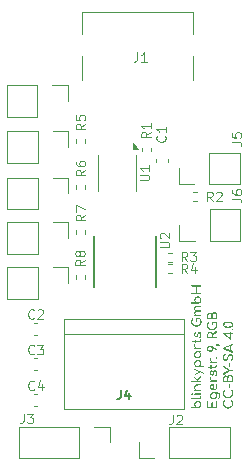
<source format=gbr>
%TF.GenerationSoftware,KiCad,Pcbnew,8.0.6*%
%TF.CreationDate,2024-11-25T20:31:32+01:00*%
%TF.ProjectId,PD_trigger-board,50445f74-7269-4676-9765-722d626f6172,rev?*%
%TF.SameCoordinates,Original*%
%TF.FileFunction,Legend,Top*%
%TF.FilePolarity,Positive*%
%FSLAX46Y46*%
G04 Gerber Fmt 4.6, Leading zero omitted, Abs format (unit mm)*
G04 Created by KiCad (PCBNEW 8.0.6) date 2024-11-25 20:31:32*
%MOMM*%
%LPD*%
G01*
G04 APERTURE LIST*
%ADD10C,0.160000*%
%ADD11C,0.100000*%
%ADD12C,0.150000*%
%ADD13C,0.120000*%
%ADD14C,0.152400*%
G04 APERTURE END LIST*
D10*
G36*
X145311594Y-107884673D02*
G01*
X145351931Y-107892330D01*
X145390045Y-107905092D01*
X145425937Y-107922958D01*
X145458885Y-107945172D01*
X145491573Y-107974454D01*
X145519624Y-108008281D01*
X145535748Y-108033356D01*
X145553358Y-108069235D01*
X145565937Y-108107508D01*
X145573484Y-108148175D01*
X145576000Y-108191235D01*
X145573496Y-108233794D01*
X145565986Y-108274131D01*
X145553468Y-108312245D01*
X145535944Y-108348136D01*
X145514011Y-108380999D01*
X145485015Y-108413620D01*
X145451445Y-108441635D01*
X145426523Y-108457752D01*
X145390827Y-108475436D01*
X145352908Y-108488234D01*
X145312767Y-108496147D01*
X145270403Y-108499176D01*
X144769217Y-108499176D01*
X144731555Y-108485857D01*
X144728575Y-108482958D01*
X144713274Y-108446663D01*
X144713138Y-108442121D01*
X144724957Y-108404764D01*
X144728575Y-108400697D01*
X144764576Y-108385010D01*
X144769217Y-108384870D01*
X145066411Y-108384870D01*
X145035989Y-108356064D01*
X145010277Y-108323379D01*
X144990989Y-108290300D01*
X144975192Y-108250902D01*
X144965953Y-108209011D01*
X144964756Y-108191235D01*
X145063480Y-108191235D01*
X145067272Y-108231690D01*
X145078648Y-108269234D01*
X145090445Y-108292644D01*
X145115546Y-108326251D01*
X145147032Y-108353409D01*
X145163718Y-108363768D01*
X145200171Y-108379366D01*
X145240361Y-108387765D01*
X145269230Y-108389364D01*
X145311362Y-108385765D01*
X145350417Y-108374966D01*
X145374743Y-108363768D01*
X145407350Y-108341676D01*
X145436224Y-108311542D01*
X145448993Y-108292644D01*
X145465425Y-108257043D01*
X145474272Y-108218529D01*
X145475958Y-108191235D01*
X145472166Y-108150055D01*
X145460790Y-108112393D01*
X145448993Y-108089239D01*
X145423731Y-108055947D01*
X145391761Y-108028782D01*
X145374743Y-108018311D01*
X145337741Y-108002237D01*
X145297660Y-107993581D01*
X145269230Y-107991933D01*
X145229963Y-107995049D01*
X145190707Y-108005560D01*
X145163718Y-108018311D01*
X145129284Y-108042648D01*
X145101236Y-108073112D01*
X145090445Y-108089239D01*
X145072986Y-108127658D01*
X145064771Y-108166786D01*
X145063480Y-108191235D01*
X144964756Y-108191235D01*
X144963243Y-108168764D01*
X144965759Y-108128977D01*
X144974603Y-108086727D01*
X144989815Y-108047136D01*
X145003494Y-108022219D01*
X145028423Y-107987798D01*
X145057927Y-107957736D01*
X145092006Y-107932033D01*
X145112915Y-107919637D01*
X145148538Y-107903224D01*
X145186432Y-107891500D01*
X145226598Y-107884466D01*
X145269035Y-107882121D01*
X145311594Y-107884673D01*
G37*
G36*
X145576000Y-107566559D02*
G01*
X145570951Y-107607512D01*
X145555804Y-107644201D01*
X145549621Y-107653900D01*
X145522667Y-107684023D01*
X145488307Y-107707713D01*
X145477130Y-107713300D01*
X145437565Y-107727090D01*
X145397036Y-107733579D01*
X145371617Y-107734598D01*
X144768435Y-107734598D01*
X144730539Y-107721031D01*
X144728575Y-107719162D01*
X144713274Y-107683127D01*
X144713138Y-107678520D01*
X144725816Y-107641052D01*
X144728575Y-107638073D01*
X144765245Y-107622698D01*
X144768240Y-107622637D01*
X145370836Y-107622637D01*
X145410200Y-107618171D01*
X145438247Y-107606810D01*
X145463363Y-107576833D01*
X145464625Y-107566559D01*
X145464625Y-107538618D01*
X145480256Y-107501884D01*
X145517293Y-107488259D01*
X145520312Y-107488206D01*
X145556323Y-107504363D01*
X145560368Y-107509309D01*
X145574763Y-107546205D01*
X145576000Y-107564214D01*
X145576000Y-107566559D01*
G37*
G36*
X145576000Y-107307662D02*
G01*
X145562680Y-107345578D01*
X145559782Y-107348695D01*
X145523487Y-107364770D01*
X145518944Y-107364912D01*
X145020298Y-107364912D01*
X144983134Y-107352496D01*
X144979070Y-107348695D01*
X144963382Y-107312239D01*
X144963243Y-107307662D01*
X144975361Y-107270497D01*
X144979070Y-107266434D01*
X145015586Y-107250746D01*
X145020298Y-107250607D01*
X145518944Y-107250607D01*
X145556667Y-107263605D01*
X145559782Y-107266434D01*
X145575857Y-107302950D01*
X145576000Y-107307662D01*
G37*
G36*
X144863201Y-107307857D02*
G01*
X144851997Y-107347053D01*
X144841512Y-107360027D01*
X144806095Y-107380001D01*
X144789928Y-107381716D01*
X144751013Y-107370512D01*
X144738149Y-107360027D01*
X144718578Y-107325965D01*
X144716460Y-107307857D01*
X144727665Y-107268762D01*
X144738149Y-107255882D01*
X144771942Y-107236135D01*
X144789928Y-107233998D01*
X144828663Y-107245303D01*
X144841512Y-107255882D01*
X144861083Y-107289768D01*
X144863201Y-107307857D01*
G37*
G36*
X145576000Y-106521004D02*
G01*
X145562841Y-106558727D01*
X145559977Y-106561842D01*
X145524036Y-106577917D01*
X145519531Y-106578060D01*
X145247151Y-106578060D01*
X145206397Y-106580853D01*
X145168259Y-106590273D01*
X145143983Y-106601702D01*
X145111122Y-106627290D01*
X145087276Y-106660092D01*
X145084778Y-106665010D01*
X145071555Y-106701998D01*
X145065737Y-106743549D01*
X145065434Y-106756259D01*
X145068912Y-106795609D01*
X145080358Y-106834034D01*
X145083606Y-106841256D01*
X145104855Y-106875450D01*
X145132259Y-106901828D01*
X145169457Y-106919839D01*
X145202406Y-106924103D01*
X145202406Y-106994836D01*
X145160991Y-106991496D01*
X145122477Y-106981478D01*
X145086864Y-106964782D01*
X145080089Y-106960642D01*
X145048681Y-106936809D01*
X145021623Y-106908053D01*
X144998916Y-106874374D01*
X144994897Y-106867048D01*
X144978204Y-106828511D01*
X144967694Y-106787150D01*
X144963521Y-106747510D01*
X144963243Y-106733789D01*
X144965840Y-106691657D01*
X144973629Y-106652092D01*
X144986613Y-106615092D01*
X144996069Y-106595645D01*
X145019440Y-106559959D01*
X145048765Y-106529348D01*
X145080247Y-106506139D01*
X145091812Y-106499316D01*
X145129601Y-106482220D01*
X145171964Y-106470719D01*
X145213461Y-106465193D01*
X145246956Y-106463949D01*
X145519531Y-106463949D01*
X145556899Y-106477269D01*
X145559977Y-106480167D01*
X145575859Y-106516462D01*
X145576000Y-106521004D01*
G37*
G36*
X145576000Y-106981353D02*
G01*
X145562680Y-107019076D01*
X145559782Y-107022191D01*
X145523487Y-107038266D01*
X145518944Y-107038408D01*
X145020298Y-107038408D01*
X144982941Y-107025992D01*
X144978875Y-107022191D01*
X144963380Y-106985896D01*
X144963243Y-106981353D01*
X144975211Y-106943996D01*
X144978875Y-106939930D01*
X145015551Y-106924242D01*
X145020298Y-106924103D01*
X145518944Y-106924103D01*
X145556667Y-106937101D01*
X145559782Y-106939930D01*
X145575857Y-106976607D01*
X145576000Y-106981353D01*
G37*
G36*
X145358721Y-106167341D02*
G01*
X145282517Y-106236706D01*
X144978679Y-105893007D01*
X144963258Y-105856782D01*
X144963243Y-105855491D01*
X144980047Y-105820125D01*
X145016781Y-105805666D01*
X145052538Y-105823447D01*
X145358721Y-106167341D01*
G37*
G36*
X145576000Y-106219902D02*
G01*
X145562948Y-106257821D01*
X145561150Y-106259762D01*
X145524868Y-106274749D01*
X145521875Y-106274808D01*
X144767263Y-106274808D01*
X144730077Y-106261584D01*
X144728184Y-106259762D01*
X144713197Y-106222943D01*
X144713138Y-106219902D01*
X144726362Y-106182155D01*
X144728184Y-106180237D01*
X144764271Y-106165056D01*
X144767263Y-106164996D01*
X145521875Y-106164996D01*
X145559233Y-106178391D01*
X145561150Y-106180237D01*
X145575941Y-106216862D01*
X145576000Y-106219902D01*
G37*
G36*
X145576781Y-105820125D02*
G01*
X145589833Y-105857265D01*
X145589677Y-105859986D01*
X145571245Y-105895406D01*
X145570138Y-105896329D01*
X145288965Y-106123572D01*
X145216865Y-106045219D01*
X145501750Y-105812309D01*
X145539146Y-105799319D01*
X145540438Y-105799413D01*
X145575799Y-105818945D01*
X145576781Y-105820125D01*
G37*
G36*
X145838609Y-105528011D02*
G01*
X145831771Y-105554975D01*
X145805178Y-105585423D01*
X145764224Y-105583262D01*
X145761233Y-105581939D01*
X144989621Y-105240195D01*
X144960243Y-105213602D01*
X144961465Y-105172649D01*
X144962657Y-105169658D01*
X144988763Y-105138411D01*
X145030144Y-105140383D01*
X145033194Y-105141716D01*
X145803829Y-105484438D01*
X145834500Y-105509286D01*
X145838609Y-105528011D01*
G37*
G36*
X145551380Y-105395924D02*
G01*
X145553138Y-105435785D01*
X145525733Y-105464586D01*
X145524415Y-105465289D01*
X145037297Y-105721842D01*
X144997683Y-105725083D01*
X144996460Y-105724577D01*
X144968493Y-105696196D01*
X144967933Y-105694877D01*
X144966174Y-105654822D01*
X144993384Y-105626156D01*
X144994702Y-105625512D01*
X145482015Y-105380293D01*
X145520380Y-105371580D01*
X145522852Y-105371891D01*
X145551380Y-105395924D01*
G37*
G36*
X145312657Y-104419747D02*
G01*
X145352859Y-104426817D01*
X145390815Y-104438602D01*
X145426523Y-104455101D01*
X145463049Y-104478462D01*
X145495031Y-104506119D01*
X145522469Y-104538074D01*
X145535748Y-104557683D01*
X145555206Y-104595407D01*
X145568295Y-104635821D01*
X145575017Y-104678925D01*
X145576000Y-104704033D01*
X145573347Y-104744280D01*
X145564303Y-104786171D01*
X145548840Y-104825568D01*
X145527747Y-104861780D01*
X145502083Y-104894112D01*
X145474785Y-104920139D01*
X145780773Y-104920139D01*
X145817959Y-104932257D01*
X145822196Y-104935966D01*
X145838465Y-104972676D01*
X145838609Y-104977390D01*
X145825290Y-105015112D01*
X145822392Y-105018227D01*
X145786257Y-105034302D01*
X145781750Y-105034445D01*
X145273334Y-105034445D01*
X145230396Y-105031404D01*
X145189705Y-105023454D01*
X145151261Y-105010594D01*
X145115064Y-104992826D01*
X145081750Y-104970795D01*
X145052147Y-104945150D01*
X145023283Y-104911978D01*
X145004080Y-104883014D01*
X144986214Y-104847172D01*
X144973452Y-104809204D01*
X144965795Y-104769112D01*
X144963243Y-104726894D01*
X144963254Y-104726699D01*
X145063480Y-104726699D01*
X145067272Y-104767035D01*
X145078648Y-104804515D01*
X145090445Y-104827913D01*
X145115610Y-104861614D01*
X145147290Y-104888737D01*
X145164108Y-104899036D01*
X145200919Y-104914634D01*
X145241301Y-104923033D01*
X145270207Y-104924633D01*
X145312376Y-104921034D01*
X145351247Y-104910235D01*
X145375330Y-104899036D01*
X145410016Y-104874982D01*
X145438188Y-104844414D01*
X145448993Y-104828108D01*
X145465425Y-104792571D01*
X145474272Y-104753956D01*
X145475958Y-104726503D01*
X145472166Y-104685324D01*
X145460790Y-104647662D01*
X145448993Y-104624508D01*
X145423828Y-104591216D01*
X145392148Y-104564051D01*
X145375330Y-104553579D01*
X145338657Y-104537505D01*
X145298686Y-104528850D01*
X145270207Y-104527201D01*
X145230871Y-104530318D01*
X145191381Y-104540828D01*
X145164108Y-104553579D01*
X145131859Y-104575882D01*
X145103186Y-104606058D01*
X145090445Y-104624898D01*
X145072986Y-104663380D01*
X145064771Y-104702393D01*
X145063480Y-104726699D01*
X144963254Y-104726699D01*
X144965759Y-104683663D01*
X144973306Y-104642875D01*
X144985884Y-104604528D01*
X145003494Y-104568625D01*
X145025452Y-104535640D01*
X145054533Y-104502823D01*
X145084276Y-104477468D01*
X145113306Y-104458227D01*
X145149197Y-104440361D01*
X145187311Y-104427599D01*
X145227648Y-104419942D01*
X145270207Y-104417390D01*
X145312657Y-104419747D01*
G37*
G36*
X145556864Y-103674924D02*
G01*
X145559977Y-103677822D01*
X145575859Y-103714084D01*
X145576000Y-103718660D01*
X145562680Y-103756576D01*
X145559782Y-103759692D01*
X145523487Y-103775768D01*
X145518944Y-103775910D01*
X145474439Y-103775910D01*
X145495264Y-103793883D01*
X145522669Y-103825727D01*
X145535944Y-103845275D01*
X145555307Y-103883031D01*
X145568333Y-103923537D01*
X145575022Y-103966795D01*
X145576000Y-103992016D01*
X145573484Y-104031889D01*
X145564640Y-104074206D01*
X145549427Y-104113833D01*
X145535748Y-104138757D01*
X145510835Y-104173004D01*
X145481378Y-104202986D01*
X145447376Y-104228701D01*
X145426523Y-104241144D01*
X145390815Y-104257643D01*
X145352859Y-104269427D01*
X145312657Y-104276498D01*
X145270207Y-104278855D01*
X145227648Y-104276303D01*
X145187311Y-104268646D01*
X145149197Y-104255884D01*
X145113306Y-104238018D01*
X145080357Y-104215706D01*
X145051073Y-104189804D01*
X145022507Y-104156373D01*
X145003494Y-104127229D01*
X144985884Y-104091154D01*
X144973306Y-104052882D01*
X144965759Y-104012411D01*
X144963243Y-103969741D01*
X144963255Y-103969546D01*
X145063480Y-103969546D01*
X145067272Y-104010093D01*
X145078648Y-104047618D01*
X145090445Y-104070956D01*
X145115610Y-104104659D01*
X145147290Y-104132107D01*
X145164108Y-104142665D01*
X145200919Y-104158739D01*
X145241301Y-104167395D01*
X145270207Y-104169043D01*
X145312376Y-104165334D01*
X145351247Y-104154206D01*
X145375330Y-104142665D01*
X145407579Y-104120244D01*
X145436252Y-104090000D01*
X145448993Y-104071151D01*
X145465425Y-104035641D01*
X145474272Y-103997109D01*
X145475958Y-103969741D01*
X145472166Y-103928562D01*
X145460790Y-103890900D01*
X145448993Y-103867745D01*
X145423828Y-103834518D01*
X145392148Y-103807546D01*
X145375330Y-103797208D01*
X145338657Y-103781491D01*
X145298686Y-103773028D01*
X145270207Y-103771416D01*
X145230871Y-103774464D01*
X145191381Y-103784740D01*
X145164108Y-103797208D01*
X145129422Y-103821292D01*
X145101250Y-103851632D01*
X145090445Y-103867745D01*
X145072986Y-103906133D01*
X145064771Y-103945173D01*
X145063480Y-103969546D01*
X144963255Y-103969546D01*
X144965771Y-103927035D01*
X144973355Y-103886650D01*
X144985994Y-103848585D01*
X145003690Y-103812840D01*
X145025745Y-103779940D01*
X145054936Y-103747191D01*
X145084776Y-103721869D01*
X145113892Y-103702637D01*
X145149881Y-103684685D01*
X145188093Y-103671863D01*
X145228527Y-103664169D01*
X145271184Y-103661605D01*
X145519335Y-103661605D01*
X145556864Y-103674924D01*
G37*
G36*
X145191268Y-103436706D02*
G01*
X145152060Y-103433481D01*
X145112016Y-103422484D01*
X145075204Y-103403684D01*
X145042368Y-103378280D01*
X145014519Y-103347474D01*
X144993529Y-103314780D01*
X144977558Y-103278643D01*
X144967502Y-103240331D01*
X144963361Y-103199844D01*
X144963243Y-103191486D01*
X144965783Y-103149316D01*
X144975333Y-103109897D01*
X144984736Y-103091249D01*
X145014565Y-103065924D01*
X145035539Y-103066043D01*
X145059182Y-103078939D01*
X145069538Y-103100823D01*
X145071687Y-103127592D01*
X145065640Y-103166785D01*
X145063816Y-103207650D01*
X145067760Y-103249339D01*
X145069147Y-103256552D01*
X145080806Y-103295964D01*
X145099577Y-103331032D01*
X145112329Y-103346629D01*
X145145147Y-103370331D01*
X145185350Y-103379522D01*
X145191268Y-103379651D01*
X145191268Y-103436706D01*
G37*
G36*
X145576000Y-103435729D02*
G01*
X145564606Y-103474298D01*
X145562127Y-103477152D01*
X145525073Y-103491484D01*
X145519921Y-103491612D01*
X145019321Y-103491612D01*
X144981708Y-103480541D01*
X144977898Y-103477152D01*
X144963372Y-103440641D01*
X144963243Y-103435729D01*
X144974014Y-103397410D01*
X144977311Y-103393719D01*
X145014171Y-103379774D01*
X145019321Y-103379651D01*
X145519921Y-103379651D01*
X145557684Y-103390422D01*
X145561540Y-103393719D01*
X145575872Y-103430578D01*
X145576000Y-103435729D01*
G37*
G36*
X145576000Y-102724689D02*
G01*
X145572015Y-102765181D01*
X145560063Y-102802541D01*
X145547667Y-102825708D01*
X145523533Y-102856601D01*
X145493629Y-102882165D01*
X145470487Y-102896245D01*
X145432147Y-102911843D01*
X145390399Y-102920242D01*
X145360675Y-102921842D01*
X144831157Y-102921842D01*
X144793261Y-102908103D01*
X144791296Y-102906210D01*
X144775726Y-102869001D01*
X144775665Y-102865959D01*
X144788503Y-102828718D01*
X144791296Y-102825708D01*
X144828139Y-102809943D01*
X144831157Y-102809881D01*
X145360284Y-102809881D01*
X145401073Y-102803726D01*
X145434729Y-102785261D01*
X145458903Y-102753978D01*
X145464625Y-102724689D01*
X145464625Y-102686782D01*
X145480256Y-102652588D01*
X145517293Y-102638575D01*
X145520312Y-102638520D01*
X145557360Y-102653765D01*
X145560368Y-102657083D01*
X145575450Y-102694024D01*
X145576000Y-102704563D01*
X145576000Y-102724689D01*
G37*
G36*
X145083801Y-102973426D02*
G01*
X145071332Y-103010603D01*
X145070515Y-103011528D01*
X145037102Y-103025987D01*
X145001540Y-103011528D01*
X144988254Y-102973426D01*
X144988254Y-102714724D01*
X145000723Y-102677535D01*
X145001540Y-102676622D01*
X145037102Y-102661967D01*
X145070515Y-102676622D01*
X145083801Y-102714724D01*
X145083801Y-102973426D01*
G37*
G36*
X145576000Y-102276064D02*
G01*
X145574114Y-102319304D01*
X145568457Y-102360660D01*
X145559029Y-102400129D01*
X145552161Y-102421242D01*
X145535919Y-102459985D01*
X145515232Y-102495902D01*
X145491589Y-102524801D01*
X145455189Y-102539210D01*
X145450947Y-102538869D01*
X145416058Y-102520398D01*
X145413236Y-102516985D01*
X145397827Y-102480987D01*
X145398191Y-102472826D01*
X145415685Y-102437117D01*
X145417730Y-102435115D01*
X145442057Y-102404479D01*
X145457591Y-102374152D01*
X145470146Y-102335560D01*
X145475509Y-102296444D01*
X145475958Y-102280558D01*
X145473487Y-102239584D01*
X145464197Y-102200507D01*
X145455050Y-102181493D01*
X145427635Y-102153535D01*
X145400926Y-102146322D01*
X145363084Y-102158213D01*
X145343676Y-102178171D01*
X145325441Y-102213966D01*
X145313389Y-102253701D01*
X145304984Y-102293128D01*
X145304011Y-102298534D01*
X145294955Y-102338775D01*
X145282427Y-102380200D01*
X145265522Y-102420262D01*
X145243206Y-102456048D01*
X145237772Y-102462665D01*
X145208245Y-102489559D01*
X145171314Y-102507637D01*
X145129719Y-102513663D01*
X145090234Y-102508937D01*
X145053598Y-102493151D01*
X145036516Y-102480055D01*
X145009606Y-102449621D01*
X144988889Y-102412931D01*
X144981415Y-102393886D01*
X144970341Y-102353715D01*
X144964379Y-102312334D01*
X144963243Y-102284075D01*
X144965098Y-102243764D01*
X144971509Y-102202128D01*
X144982500Y-102163813D01*
X144986690Y-102152965D01*
X145004800Y-102116511D01*
X145029402Y-102083061D01*
X145051170Y-102062302D01*
X145087455Y-102047591D01*
X145088686Y-102047648D01*
X145121708Y-102066796D01*
X145130020Y-102106146D01*
X145129524Y-102109197D01*
X145114011Y-102145179D01*
X145109398Y-102150621D01*
X145085546Y-102181729D01*
X145072468Y-102211193D01*
X145064253Y-102250898D01*
X145062308Y-102286224D01*
X145065487Y-102326429D01*
X145076905Y-102365325D01*
X145078916Y-102369658D01*
X145105539Y-102399043D01*
X145127374Y-102403852D01*
X145163131Y-102393300D01*
X145186975Y-102362293D01*
X145191854Y-102351290D01*
X145204408Y-102312554D01*
X145213632Y-102273948D01*
X145216669Y-102259260D01*
X145225438Y-102219546D01*
X145236645Y-102180123D01*
X145250765Y-102142845D01*
X145258484Y-102126782D01*
X145280477Y-102091640D01*
X145309219Y-102062391D01*
X145317493Y-102056636D01*
X145353739Y-102040662D01*
X145392510Y-102035359D01*
X145395260Y-102035338D01*
X145434766Y-102039885D01*
X145473704Y-102054952D01*
X145486704Y-102062889D01*
X145517144Y-102089371D01*
X145540376Y-102121373D01*
X145551771Y-102143391D01*
X145565565Y-102183047D01*
X145573137Y-102224507D01*
X145575905Y-102266226D01*
X145576000Y-102276064D01*
G37*
G36*
X145588505Y-101160362D02*
G01*
X145586878Y-101199466D01*
X145581034Y-101242783D01*
X145570941Y-101284634D01*
X145556598Y-101325019D01*
X145554506Y-101329965D01*
X145535846Y-101368176D01*
X145513864Y-101403872D01*
X145488561Y-101437053D01*
X145459935Y-101467718D01*
X145428269Y-101495512D01*
X145394039Y-101520083D01*
X145357243Y-101541430D01*
X145317884Y-101559553D01*
X145276326Y-101574000D01*
X145233131Y-101584319D01*
X145193994Y-101589962D01*
X145153604Y-101592446D01*
X145141833Y-101592575D01*
X145101503Y-101590994D01*
X145062407Y-101586254D01*
X145019237Y-101576967D01*
X144977679Y-101563552D01*
X144967542Y-101559553D01*
X144928353Y-101541430D01*
X144891680Y-101520083D01*
X144857523Y-101495512D01*
X144825881Y-101467718D01*
X144797146Y-101437090D01*
X144771708Y-101404019D01*
X144749567Y-101368506D01*
X144730724Y-101330551D01*
X144715593Y-101290532D01*
X144704785Y-101248827D01*
X144698301Y-101205437D01*
X144696173Y-101166089D01*
X144696139Y-101160362D01*
X144697531Y-101118695D01*
X144702426Y-101075438D01*
X144710844Y-101036015D01*
X144718414Y-101011863D01*
X144735141Y-100972971D01*
X144754991Y-100937870D01*
X144779386Y-100902677D01*
X144791687Y-100887006D01*
X144805755Y-100873133D01*
X144820214Y-100866294D01*
X144837605Y-100864535D01*
X144873557Y-100879776D01*
X144889189Y-100916706D01*
X144877319Y-100953964D01*
X144874534Y-100957543D01*
X144850079Y-100989023D01*
X144828920Y-101024056D01*
X144819824Y-101043321D01*
X144807426Y-101083941D01*
X144801872Y-101125717D01*
X144800675Y-101160362D01*
X144803289Y-101200876D01*
X144811132Y-101239863D01*
X144824202Y-101277324D01*
X144827444Y-101284633D01*
X144846140Y-101319671D01*
X144868767Y-101351998D01*
X144895324Y-101381617D01*
X144901108Y-101387215D01*
X144931783Y-101412906D01*
X144965435Y-101434781D01*
X145002064Y-101452840D01*
X145009747Y-101455994D01*
X145049261Y-101468977D01*
X145090378Y-101477151D01*
X145133097Y-101480517D01*
X145141833Y-101480614D01*
X145181208Y-101478666D01*
X145223218Y-101471934D01*
X145263396Y-101460394D01*
X145275092Y-101455994D01*
X145312336Y-101438698D01*
X145346640Y-101417587D01*
X145378006Y-101392659D01*
X145383927Y-101387215D01*
X145411110Y-101358139D01*
X145434287Y-101326353D01*
X145453456Y-101291857D01*
X145456809Y-101284633D01*
X145470616Y-101247478D01*
X145479310Y-101208796D01*
X145482890Y-101168587D01*
X145482992Y-101160362D01*
X145480244Y-101118331D01*
X145472001Y-101078114D01*
X145463452Y-101052309D01*
X145446655Y-101014610D01*
X145425570Y-100978011D01*
X145409133Y-100954221D01*
X145396276Y-100917001D01*
X145396432Y-100914556D01*
X145412064Y-100881535D01*
X145449212Y-100868066D01*
X145450752Y-100868053D01*
X145472441Y-100871960D01*
X145491785Y-100885833D01*
X145517378Y-100920050D01*
X145538984Y-100955873D01*
X145556602Y-100993304D01*
X145564667Y-101014794D01*
X145576190Y-101054352D01*
X145583942Y-101094993D01*
X145587923Y-101136716D01*
X145588505Y-101160362D01*
G37*
G36*
X145450752Y-100868053D02*
G01*
X145428477Y-100980013D01*
X145228002Y-100980013D01*
X145228002Y-101134570D01*
X145216127Y-101172774D01*
X145213543Y-101175994D01*
X145178194Y-101192781D01*
X145176809Y-101192798D01*
X145140270Y-101175994D01*
X145125938Y-101139118D01*
X145125811Y-101134570D01*
X145125811Y-100925108D01*
X145138228Y-100887751D01*
X145142029Y-100883684D01*
X145179126Y-100868190D01*
X145183843Y-100868053D01*
X145450752Y-100868053D01*
G37*
G36*
X145576000Y-99889518D02*
G01*
X145562841Y-99927241D01*
X145559977Y-99930355D01*
X145524036Y-99946431D01*
X145519531Y-99946573D01*
X145202796Y-99946573D01*
X145162710Y-99949970D01*
X145123875Y-99963012D01*
X145099237Y-99981353D01*
X145076130Y-100015729D01*
X145066260Y-100055017D01*
X145065434Y-100072016D01*
X145070820Y-100112774D01*
X145088809Y-100150355D01*
X145103732Y-100167759D01*
X145135450Y-100190621D01*
X145173158Y-100202930D01*
X145201624Y-100205275D01*
X145201624Y-100298283D01*
X145159301Y-100295230D01*
X145120261Y-100286071D01*
X145081107Y-100268943D01*
X145077744Y-100267020D01*
X145043573Y-100242437D01*
X145014943Y-100211943D01*
X144993725Y-100179092D01*
X144977650Y-100142093D01*
X144967530Y-100101927D01*
X144963362Y-100058593D01*
X144963243Y-100049546D01*
X144966522Y-100007350D01*
X144976357Y-99968618D01*
X144990989Y-99936413D01*
X145015453Y-99902561D01*
X145047226Y-99874863D01*
X145072468Y-99859818D01*
X145112088Y-99844133D01*
X145152755Y-99835523D01*
X145193140Y-99832375D01*
X145202601Y-99832267D01*
X145519531Y-99832267D01*
X145556899Y-99845266D01*
X145559977Y-99848094D01*
X145575859Y-99884771D01*
X145576000Y-99889518D01*
G37*
G36*
X145576000Y-100636510D02*
G01*
X145562680Y-100674233D01*
X145559782Y-100677348D01*
X145523487Y-100693423D01*
X145518944Y-100693565D01*
X145020298Y-100693565D01*
X144983134Y-100681149D01*
X144979070Y-100677348D01*
X144963382Y-100641053D01*
X144963243Y-100636510D01*
X144975361Y-100599153D01*
X144979070Y-100595087D01*
X145015586Y-100579399D01*
X145020298Y-100579260D01*
X145518944Y-100579260D01*
X145556667Y-100592258D01*
X145559782Y-100595087D01*
X145575857Y-100631764D01*
X145576000Y-100636510D01*
G37*
G36*
X145576000Y-100262330D02*
G01*
X145562841Y-100300213D01*
X145559977Y-100303363D01*
X145524036Y-100319438D01*
X145519531Y-100319581D01*
X145202796Y-100319581D01*
X145162710Y-100322977D01*
X145123875Y-100336020D01*
X145099237Y-100354361D01*
X145076130Y-100388737D01*
X145066260Y-100428024D01*
X145065434Y-100445024D01*
X145070820Y-100485864D01*
X145088809Y-100523721D01*
X145103732Y-100541353D01*
X145135330Y-100564453D01*
X145172974Y-100576891D01*
X145201429Y-100579260D01*
X145201429Y-100649993D01*
X145159106Y-100647149D01*
X145120065Y-100638620D01*
X145080911Y-100622670D01*
X145077549Y-100620879D01*
X145043378Y-100598208D01*
X145014748Y-100570227D01*
X144993529Y-100540181D01*
X144976286Y-100503008D01*
X144966201Y-100462419D01*
X144963243Y-100422554D01*
X144966522Y-100380358D01*
X144976357Y-100341626D01*
X144990989Y-100309420D01*
X145015453Y-100275568D01*
X145047226Y-100247871D01*
X145072468Y-100232826D01*
X145112088Y-100217140D01*
X145152755Y-100208531D01*
X145193140Y-100205383D01*
X145202601Y-100205275D01*
X145519531Y-100205275D01*
X145556899Y-100218113D01*
X145559977Y-100220907D01*
X145575859Y-100257584D01*
X145576000Y-100262330D01*
G37*
G36*
X145311594Y-99028623D02*
G01*
X145351931Y-99036280D01*
X145390045Y-99049042D01*
X145425937Y-99066908D01*
X145458885Y-99089122D01*
X145491573Y-99118404D01*
X145519624Y-99152231D01*
X145535748Y-99177306D01*
X145553358Y-99213185D01*
X145565937Y-99251458D01*
X145573484Y-99292124D01*
X145576000Y-99335184D01*
X145573496Y-99377744D01*
X145565986Y-99418080D01*
X145553468Y-99456195D01*
X145535944Y-99492086D01*
X145514011Y-99524949D01*
X145485015Y-99557570D01*
X145451445Y-99585584D01*
X145426523Y-99601702D01*
X145390827Y-99619385D01*
X145352908Y-99632184D01*
X145312767Y-99640097D01*
X145270403Y-99643126D01*
X144769217Y-99643126D01*
X144731555Y-99629806D01*
X144728575Y-99626908D01*
X144713274Y-99590613D01*
X144713138Y-99586071D01*
X144724957Y-99548714D01*
X144728575Y-99544647D01*
X144764576Y-99528959D01*
X144769217Y-99528820D01*
X145066411Y-99528820D01*
X145035989Y-99500014D01*
X145010277Y-99467329D01*
X144990989Y-99434249D01*
X144975192Y-99394852D01*
X144965953Y-99352961D01*
X144964756Y-99335184D01*
X145063480Y-99335184D01*
X145067272Y-99375640D01*
X145078648Y-99413183D01*
X145090445Y-99436594D01*
X145115546Y-99470201D01*
X145147032Y-99497359D01*
X145163718Y-99507718D01*
X145200171Y-99523316D01*
X145240361Y-99531714D01*
X145269230Y-99533314D01*
X145311362Y-99529715D01*
X145350417Y-99518916D01*
X145374743Y-99507718D01*
X145407350Y-99485626D01*
X145436224Y-99455492D01*
X145448993Y-99436594D01*
X145465425Y-99400993D01*
X145474272Y-99362479D01*
X145475958Y-99335184D01*
X145472166Y-99294005D01*
X145460790Y-99256343D01*
X145448993Y-99233189D01*
X145423731Y-99199897D01*
X145391761Y-99172732D01*
X145374743Y-99162260D01*
X145337741Y-99146186D01*
X145297660Y-99137531D01*
X145269230Y-99135882D01*
X145229963Y-99138999D01*
X145190707Y-99149509D01*
X145163718Y-99162260D01*
X145129284Y-99186598D01*
X145101236Y-99217062D01*
X145090445Y-99233189D01*
X145072986Y-99271608D01*
X145064771Y-99310736D01*
X145063480Y-99335184D01*
X144964756Y-99335184D01*
X144963243Y-99312714D01*
X144965759Y-99272927D01*
X144974603Y-99230677D01*
X144989815Y-99191086D01*
X145003494Y-99166168D01*
X145028423Y-99131748D01*
X145057927Y-99101686D01*
X145092006Y-99075983D01*
X145112915Y-99063586D01*
X145148538Y-99047173D01*
X145186432Y-99035450D01*
X145226598Y-99028415D01*
X145269035Y-99026071D01*
X145311594Y-99028623D01*
G37*
G36*
X145576000Y-98786713D02*
G01*
X145563284Y-98823813D01*
X145559391Y-98828136D01*
X145523030Y-98844792D01*
X145518554Y-98844940D01*
X144770584Y-98844940D01*
X144733313Y-98832075D01*
X144729161Y-98828136D01*
X144713279Y-98791260D01*
X144713138Y-98786713D01*
X144725405Y-98748907D01*
X144729161Y-98744703D01*
X144765710Y-98728628D01*
X144770389Y-98728485D01*
X145085951Y-98728485D01*
X145085951Y-98208736D01*
X144770389Y-98208736D01*
X144733267Y-98195871D01*
X144729161Y-98191933D01*
X144713279Y-98155056D01*
X144713138Y-98150509D01*
X144725405Y-98113152D01*
X144729161Y-98109085D01*
X144765904Y-98093591D01*
X144770584Y-98093454D01*
X145518554Y-98093454D01*
X145556210Y-98106292D01*
X145559391Y-98109085D01*
X145575854Y-98145762D01*
X145576000Y-98150509D01*
X145563284Y-98187609D01*
X145559391Y-98191933D01*
X145522869Y-98208589D01*
X145518358Y-98208736D01*
X145188337Y-98208736D01*
X145188337Y-98728485D01*
X145518358Y-98728485D01*
X145556208Y-98741805D01*
X145559391Y-98744703D01*
X145575740Y-98780414D01*
X145576000Y-98786713D01*
G37*
G36*
X146920000Y-108429811D02*
G01*
X146907284Y-108466912D01*
X146903391Y-108471235D01*
X146867030Y-108487891D01*
X146862554Y-108488039D01*
X146114584Y-108488039D01*
X146077313Y-108475173D01*
X146073161Y-108471235D01*
X146057279Y-108434359D01*
X146057138Y-108429811D01*
X146057138Y-107923545D01*
X146068657Y-107886188D01*
X146072184Y-107882121D01*
X146108637Y-107866550D01*
X146111653Y-107866489D01*
X146148647Y-107881159D01*
X146149560Y-107882121D01*
X146163892Y-107918798D01*
X146164019Y-107923545D01*
X146164019Y-108371584D01*
X146425457Y-108371584D01*
X146425457Y-108050160D01*
X146436976Y-108012803D01*
X146440502Y-108008736D01*
X146477354Y-107992925D01*
X146478799Y-107992909D01*
X146515378Y-108006820D01*
X146517292Y-108008736D01*
X146532205Y-108045413D01*
X146532337Y-108050160D01*
X146532337Y-108371584D01*
X146813119Y-108371584D01*
X146813119Y-107923545D01*
X146824994Y-107885141D01*
X146827578Y-107882121D01*
X146864028Y-107866505D01*
X146865484Y-107866489D01*
X146903037Y-107880228D01*
X146904954Y-107882121D01*
X146919867Y-107918798D01*
X146920000Y-107923545D01*
X146920000Y-108429811D01*
G37*
G36*
X146897786Y-107131917D02*
G01*
X146938611Y-107139281D01*
X146977409Y-107151554D01*
X147014180Y-107168736D01*
X147048105Y-107190291D01*
X147078367Y-107215680D01*
X147104965Y-107244904D01*
X147127899Y-107277962D01*
X147146364Y-107314305D01*
X147159553Y-107353384D01*
X147167466Y-107395198D01*
X147170104Y-107439748D01*
X147168150Y-107478888D01*
X147161281Y-107521432D01*
X147149466Y-107562399D01*
X147138841Y-107588834D01*
X147119078Y-107626167D01*
X147094740Y-107660131D01*
X147065827Y-107690725D01*
X147047787Y-107706266D01*
X147009770Y-107717239D01*
X147008513Y-107717013D01*
X146976078Y-107695129D01*
X146966405Y-107657207D01*
X146967090Y-107653119D01*
X146987365Y-107619471D01*
X146989560Y-107617752D01*
X147019549Y-107588394D01*
X147041703Y-107555707D01*
X147048764Y-107541744D01*
X147062554Y-107502404D01*
X147069043Y-107462484D01*
X147070062Y-107437599D01*
X147066463Y-107398361D01*
X147054439Y-107358583D01*
X147044466Y-107338339D01*
X147019637Y-107304570D01*
X146989563Y-107278838D01*
X146968848Y-107266238D01*
X146931827Y-107250886D01*
X146893603Y-107242460D01*
X146851028Y-107239300D01*
X146846531Y-107239274D01*
X146789454Y-107239274D01*
X146809402Y-107250927D01*
X146841042Y-107276143D01*
X146867983Y-107305346D01*
X146880921Y-107323293D01*
X146899811Y-107358112D01*
X146912520Y-107395744D01*
X146919045Y-107436189D01*
X146920000Y-107459874D01*
X146917557Y-107500662D01*
X146908970Y-107543630D01*
X146894201Y-107583507D01*
X146880921Y-107608374D01*
X146856480Y-107642385D01*
X146827340Y-107672100D01*
X146793502Y-107697519D01*
X146772672Y-107709783D01*
X146736903Y-107725940D01*
X146698569Y-107737480D01*
X146657670Y-107744405D01*
X146614207Y-107746713D01*
X146570232Y-107744234D01*
X146528967Y-107736796D01*
X146490413Y-107724401D01*
X146454570Y-107707048D01*
X146421952Y-107685273D01*
X146389723Y-107656369D01*
X146362223Y-107622797D01*
X146346517Y-107597822D01*
X146329335Y-107561723D01*
X146317062Y-107522986D01*
X146309698Y-107481612D01*
X146307243Y-107437599D01*
X146407480Y-107437599D01*
X146411190Y-107479374D01*
X146422318Y-107517356D01*
X146433859Y-107540572D01*
X146458677Y-107573799D01*
X146490267Y-107600771D01*
X146507131Y-107611109D01*
X146544079Y-107626826D01*
X146584874Y-107635289D01*
X146614207Y-107636901D01*
X146654165Y-107633853D01*
X146693911Y-107623577D01*
X146721088Y-107611109D01*
X146755298Y-107587025D01*
X146782994Y-107556685D01*
X146793579Y-107540572D01*
X146810658Y-107501991D01*
X146818695Y-107462428D01*
X146819958Y-107437599D01*
X146816248Y-107395824D01*
X146805120Y-107357841D01*
X146793579Y-107334626D01*
X146768890Y-107301369D01*
X146737687Y-107274626D01*
X146721088Y-107264480D01*
X146684351Y-107249120D01*
X146643602Y-107240849D01*
X146614207Y-107239274D01*
X146574315Y-107242252D01*
X146534482Y-107252295D01*
X146507131Y-107264480D01*
X146472416Y-107288216D01*
X146444472Y-107318467D01*
X146433859Y-107334626D01*
X146416780Y-107373207D01*
X146408743Y-107412770D01*
X146407480Y-107437599D01*
X146307243Y-107437599D01*
X146309710Y-107394026D01*
X146317110Y-107352993D01*
X146329445Y-107314501D01*
X146346713Y-107278548D01*
X146368218Y-107245636D01*
X146396879Y-107213077D01*
X146430269Y-107185248D01*
X146455157Y-107169323D01*
X146491097Y-107151884D01*
X146529748Y-107139427D01*
X146571111Y-107131953D01*
X146615184Y-107129462D01*
X146854933Y-107129462D01*
X146897786Y-107131917D01*
G37*
G36*
X146920000Y-106671653D02*
G01*
X146918130Y-106711353D01*
X146911413Y-106754297D01*
X146899811Y-106794652D01*
X146883325Y-106832418D01*
X146880921Y-106836957D01*
X146859427Y-106871065D01*
X146834221Y-106901290D01*
X146805303Y-106927632D01*
X146772672Y-106950090D01*
X146736903Y-106967957D01*
X146698569Y-106980718D01*
X146657670Y-106988375D01*
X146614207Y-106990928D01*
X146570232Y-106988510D01*
X146528967Y-106981256D01*
X146490413Y-106969166D01*
X146454570Y-106952240D01*
X146418137Y-106928144D01*
X146386433Y-106899380D01*
X146359459Y-106865949D01*
X146346517Y-106845359D01*
X146329335Y-106809907D01*
X146317062Y-106771939D01*
X146309698Y-106731456D01*
X146307243Y-106688457D01*
X146309588Y-106646325D01*
X146316622Y-106607271D01*
X146330141Y-106567013D01*
X146344759Y-106538394D01*
X146367993Y-106505463D01*
X146395709Y-106477230D01*
X146427907Y-106453696D01*
X146447732Y-106442651D01*
X146486143Y-106426689D01*
X146527739Y-106415950D01*
X146567385Y-106410791D01*
X146598771Y-106409630D01*
X146632965Y-106424284D01*
X146646448Y-106461018D01*
X146646448Y-106912379D01*
X146557348Y-106912379D01*
X146557348Y-106464535D01*
X146588611Y-106510453D01*
X146547426Y-106514601D01*
X146507183Y-106526569D01*
X146493845Y-106532728D01*
X146460452Y-106554805D01*
X146433791Y-106583763D01*
X146427411Y-106593300D01*
X146410714Y-106630748D01*
X146403583Y-106671348D01*
X146402986Y-106688457D01*
X146406242Y-106730191D01*
X146417219Y-106770715D01*
X146430537Y-106797683D01*
X146456275Y-106830935D01*
X146488722Y-106857028D01*
X146505959Y-106866657D01*
X146543621Y-106880945D01*
X146584801Y-106888639D01*
X146614207Y-106890104D01*
X146654281Y-106886803D01*
X146694416Y-106875670D01*
X146722065Y-106862163D01*
X146754754Y-106838093D01*
X146781892Y-106808087D01*
X146796901Y-106784787D01*
X146813690Y-106745796D01*
X146822272Y-106706435D01*
X146824452Y-106671653D01*
X146820248Y-106632031D01*
X146811165Y-106600530D01*
X146794981Y-106564033D01*
X146780683Y-106541716D01*
X146767983Y-106505373D01*
X146780293Y-106471179D01*
X146814719Y-106451269D01*
X146817222Y-106451053D01*
X146851807Y-106468834D01*
X146874544Y-106502855D01*
X146892212Y-106539698D01*
X146901046Y-106563600D01*
X146911837Y-106601846D01*
X146918500Y-106642251D01*
X146920000Y-106671653D01*
G37*
G36*
X146535268Y-106208960D02*
G01*
X146496060Y-106205735D01*
X146456016Y-106194738D01*
X146419204Y-106175938D01*
X146386368Y-106150534D01*
X146358519Y-106119728D01*
X146337529Y-106087034D01*
X146321558Y-106050897D01*
X146311502Y-106012585D01*
X146307361Y-105972098D01*
X146307243Y-105963740D01*
X146309783Y-105921570D01*
X146319333Y-105882151D01*
X146328736Y-105863503D01*
X146358565Y-105838178D01*
X146379539Y-105838297D01*
X146403182Y-105851193D01*
X146413538Y-105873077D01*
X146415687Y-105899846D01*
X146409640Y-105939039D01*
X146407816Y-105979904D01*
X146411760Y-106021593D01*
X146413147Y-106028806D01*
X146424806Y-106068218D01*
X146443577Y-106103286D01*
X146456329Y-106118883D01*
X146489147Y-106142585D01*
X146529350Y-106151776D01*
X146535268Y-106151905D01*
X146535268Y-106208960D01*
G37*
G36*
X146920000Y-106207983D02*
G01*
X146908606Y-106246552D01*
X146906127Y-106249406D01*
X146869073Y-106263738D01*
X146863921Y-106263866D01*
X146363321Y-106263866D01*
X146325708Y-106252795D01*
X146321898Y-106249406D01*
X146307372Y-106212895D01*
X146307243Y-106207983D01*
X146318014Y-106169664D01*
X146321311Y-106165973D01*
X146358171Y-106152028D01*
X146363321Y-106151905D01*
X146863921Y-106151905D01*
X146901684Y-106162676D01*
X146905540Y-106165973D01*
X146919872Y-106202832D01*
X146920000Y-106207983D01*
G37*
G36*
X146920000Y-105496943D02*
G01*
X146918114Y-105540184D01*
X146912457Y-105581539D01*
X146903029Y-105621008D01*
X146896161Y-105642121D01*
X146879919Y-105680864D01*
X146859232Y-105716781D01*
X146835589Y-105745680D01*
X146799189Y-105760089D01*
X146794947Y-105759748D01*
X146760058Y-105741277D01*
X146757236Y-105737864D01*
X146741827Y-105701866D01*
X146742191Y-105693705D01*
X146759685Y-105657996D01*
X146761730Y-105655994D01*
X146786057Y-105625359D01*
X146801591Y-105595031D01*
X146814146Y-105556440D01*
X146819509Y-105517323D01*
X146819958Y-105501437D01*
X146817487Y-105460463D01*
X146808197Y-105421386D01*
X146799050Y-105402372D01*
X146771635Y-105374414D01*
X146744926Y-105367201D01*
X146707084Y-105379093D01*
X146687676Y-105399050D01*
X146669441Y-105434845D01*
X146657389Y-105474581D01*
X146648984Y-105514008D01*
X146648011Y-105519413D01*
X146638955Y-105559654D01*
X146626427Y-105601079D01*
X146609522Y-105641141D01*
X146587206Y-105676927D01*
X146581772Y-105683545D01*
X146552245Y-105710438D01*
X146515314Y-105728516D01*
X146473719Y-105734542D01*
X146434234Y-105729816D01*
X146397598Y-105714030D01*
X146380516Y-105700935D01*
X146353606Y-105670500D01*
X146332889Y-105633810D01*
X146325415Y-105614766D01*
X146314341Y-105574594D01*
X146308379Y-105533213D01*
X146307243Y-105504954D01*
X146309098Y-105464643D01*
X146315509Y-105423007D01*
X146326500Y-105384692D01*
X146330690Y-105373845D01*
X146348800Y-105337390D01*
X146373402Y-105303941D01*
X146395170Y-105283182D01*
X146431455Y-105268470D01*
X146432686Y-105268527D01*
X146465708Y-105287676D01*
X146474020Y-105327026D01*
X146473524Y-105330076D01*
X146458011Y-105366058D01*
X146453398Y-105371500D01*
X146429546Y-105402608D01*
X146416468Y-105432072D01*
X146408253Y-105471777D01*
X146406308Y-105507103D01*
X146409487Y-105547308D01*
X146420905Y-105586204D01*
X146422916Y-105590537D01*
X146449539Y-105619922D01*
X146471374Y-105624731D01*
X146507131Y-105614180D01*
X146530975Y-105583172D01*
X146535854Y-105572170D01*
X146548408Y-105533433D01*
X146557632Y-105494827D01*
X146560669Y-105480139D01*
X146569438Y-105440425D01*
X146580645Y-105401002D01*
X146594765Y-105363725D01*
X146602484Y-105347662D01*
X146624477Y-105312519D01*
X146653219Y-105283270D01*
X146661493Y-105277515D01*
X146697739Y-105261542D01*
X146736510Y-105256238D01*
X146739260Y-105256217D01*
X146778766Y-105260764D01*
X146817704Y-105275831D01*
X146830704Y-105283768D01*
X146861144Y-105310251D01*
X146884376Y-105342253D01*
X146895771Y-105364270D01*
X146909565Y-105403926D01*
X146917137Y-105445386D01*
X146919905Y-105487105D01*
X146920000Y-105496943D01*
G37*
G36*
X146920000Y-104888876D02*
G01*
X146916015Y-104929368D01*
X146904063Y-104966728D01*
X146891667Y-104989895D01*
X146867533Y-105020788D01*
X146837629Y-105046352D01*
X146814487Y-105060432D01*
X146776147Y-105076030D01*
X146734399Y-105084429D01*
X146704675Y-105086029D01*
X146175157Y-105086029D01*
X146137261Y-105072290D01*
X146135296Y-105070397D01*
X146119726Y-105033188D01*
X146119665Y-105030146D01*
X146132503Y-104992905D01*
X146135296Y-104989895D01*
X146172139Y-104974130D01*
X146175157Y-104974068D01*
X146704284Y-104974068D01*
X146745073Y-104967913D01*
X146778729Y-104949448D01*
X146802903Y-104918165D01*
X146808625Y-104888876D01*
X146808625Y-104850969D01*
X146824256Y-104816775D01*
X146861293Y-104802762D01*
X146864312Y-104802707D01*
X146901360Y-104817952D01*
X146904368Y-104821270D01*
X146919450Y-104858211D01*
X146920000Y-104868750D01*
X146920000Y-104888876D01*
G37*
G36*
X146427801Y-105137613D02*
G01*
X146415332Y-105174790D01*
X146414515Y-105175715D01*
X146381102Y-105190174D01*
X146345540Y-105175715D01*
X146332254Y-105137613D01*
X146332254Y-104878911D01*
X146344723Y-104841722D01*
X146345540Y-104840809D01*
X146381102Y-104826154D01*
X146414515Y-104840809D01*
X146427801Y-104878911D01*
X146427801Y-105137613D01*
G37*
G36*
X146535268Y-104608290D02*
G01*
X146496060Y-104605065D01*
X146456016Y-104594069D01*
X146419204Y-104575268D01*
X146386368Y-104549864D01*
X146358519Y-104519058D01*
X146337529Y-104486364D01*
X146321558Y-104450227D01*
X146311502Y-104411915D01*
X146307361Y-104371428D01*
X146307243Y-104363070D01*
X146309783Y-104320900D01*
X146319333Y-104281481D01*
X146328736Y-104262833D01*
X146358565Y-104237508D01*
X146379539Y-104237627D01*
X146403182Y-104250523D01*
X146413538Y-104272407D01*
X146415687Y-104299176D01*
X146409640Y-104338369D01*
X146407816Y-104379234D01*
X146411760Y-104420923D01*
X146413147Y-104428136D01*
X146424806Y-104467548D01*
X146443577Y-104502616D01*
X146456329Y-104518213D01*
X146489147Y-104541915D01*
X146529350Y-104551106D01*
X146535268Y-104551235D01*
X146535268Y-104608290D01*
G37*
G36*
X146920000Y-104607313D02*
G01*
X146908606Y-104645882D01*
X146906127Y-104648736D01*
X146869073Y-104663069D01*
X146863921Y-104663196D01*
X146363321Y-104663196D01*
X146325708Y-104652125D01*
X146321898Y-104648736D01*
X146307372Y-104612226D01*
X146307243Y-104607313D01*
X146318014Y-104568994D01*
X146321311Y-104565303D01*
X146358171Y-104551358D01*
X146363321Y-104551235D01*
X146863921Y-104551235D01*
X146901684Y-104562006D01*
X146905540Y-104565303D01*
X146919872Y-104602163D01*
X146920000Y-104607313D01*
G37*
G36*
X146932505Y-104232156D02*
G01*
X146921699Y-104271264D01*
X146909644Y-104286475D01*
X146876104Y-104306635D01*
X146855715Y-104309337D01*
X146817439Y-104299491D01*
X146800614Y-104286475D01*
X146780454Y-104252679D01*
X146777752Y-104232156D01*
X146787598Y-104193876D01*
X146800614Y-104177250D01*
X146834658Y-104157435D01*
X146855715Y-104154780D01*
X146894554Y-104165400D01*
X146909644Y-104177250D01*
X146929803Y-104211034D01*
X146932505Y-104232156D01*
G37*
G36*
X146348939Y-103196294D02*
G01*
X146388151Y-103204269D01*
X146428348Y-103219366D01*
X146443433Y-103227243D01*
X146477955Y-103250824D01*
X146480400Y-103253201D01*
X146876036Y-103490439D01*
X146903070Y-103519947D01*
X146907494Y-103541828D01*
X146895645Y-103579117D01*
X146894012Y-103581102D01*
X146860404Y-103600642D01*
X146821411Y-103592993D01*
X146820153Y-103592240D01*
X146569597Y-103441499D01*
X146570048Y-103457808D01*
X146567390Y-103499910D01*
X146559415Y-103539169D01*
X146544317Y-103579453D01*
X146536441Y-103594584D01*
X146512833Y-103629087D01*
X146484264Y-103658591D01*
X146450734Y-103683096D01*
X146443433Y-103687397D01*
X146404655Y-103705119D01*
X146366721Y-103715458D01*
X146325912Y-103720479D01*
X146306852Y-103721004D01*
X146265238Y-103718346D01*
X146226344Y-103710371D01*
X146186318Y-103695273D01*
X146171249Y-103687397D01*
X146136746Y-103663892D01*
X146107242Y-103635388D01*
X146082737Y-103601885D01*
X146078436Y-103594584D01*
X146060610Y-103555704D01*
X146050212Y-103517710D01*
X146045161Y-103476871D01*
X146044633Y-103457808D01*
X146044695Y-103456831D01*
X146144870Y-103456831D01*
X146149378Y-103497561D01*
X146164125Y-103535895D01*
X146165387Y-103538115D01*
X146189860Y-103569525D01*
X146222637Y-103593412D01*
X146259437Y-103607858D01*
X146300959Y-103613459D01*
X146306852Y-103613538D01*
X146346934Y-103609685D01*
X146384733Y-103597009D01*
X146391653Y-103593412D01*
X146424138Y-103569525D01*
X146448904Y-103538115D01*
X146464584Y-103500111D01*
X146469791Y-103459691D01*
X146469811Y-103456831D01*
X146465217Y-103416102D01*
X146450190Y-103377768D01*
X146448904Y-103375547D01*
X146424138Y-103344138D01*
X146391653Y-103320642D01*
X146354920Y-103306617D01*
X146315832Y-103301274D01*
X146306852Y-103301102D01*
X146267364Y-103304842D01*
X146229619Y-103317150D01*
X146222637Y-103320642D01*
X146189860Y-103344138D01*
X146165387Y-103375547D01*
X146150000Y-103413551D01*
X146144890Y-103453972D01*
X146144870Y-103456831D01*
X146044695Y-103456831D01*
X146047307Y-103415770D01*
X146055329Y-103376482D01*
X146070514Y-103336056D01*
X146078436Y-103320837D01*
X146101941Y-103285922D01*
X146130445Y-103256158D01*
X146163948Y-103231547D01*
X146171249Y-103227243D01*
X146209931Y-103209520D01*
X146251971Y-103198361D01*
X146292679Y-103193931D01*
X146306852Y-103193635D01*
X146348939Y-103196294D01*
G37*
G36*
X147107578Y-103186796D02*
G01*
X147098590Y-103207508D01*
X147078660Y-103214738D01*
X147041187Y-103202635D01*
X147040167Y-103201842D01*
X147008719Y-103178468D01*
X147005191Y-103176050D01*
X146967644Y-103163469D01*
X146959469Y-103163154D01*
X146928401Y-103172142D01*
X146905540Y-103192463D01*
X146881702Y-103212588D01*
X146848290Y-103221381D01*
X146810283Y-103210984D01*
X146798269Y-103201256D01*
X146779735Y-103164754D01*
X146778143Y-103146350D01*
X146786305Y-103107089D01*
X146807062Y-103082065D01*
X146843467Y-103064659D01*
X146885024Y-103059009D01*
X146926082Y-103062780D01*
X146959469Y-103070928D01*
X146997131Y-103084605D01*
X147031960Y-103102191D01*
X147065654Y-103125100D01*
X147086475Y-103144200D01*
X147106568Y-103177879D01*
X147107578Y-103186796D01*
G37*
G36*
X146891472Y-101990202D02*
G01*
X146917214Y-102020326D01*
X146920000Y-102040614D01*
X146913356Y-102069141D01*
X146892058Y-102091025D01*
X146581596Y-102283455D01*
X146582358Y-102303810D01*
X146582358Y-102447229D01*
X146861577Y-102447229D01*
X146898869Y-102459646D01*
X146903196Y-102463447D01*
X146919737Y-102499158D01*
X146920000Y-102505457D01*
X146907284Y-102542557D01*
X146903391Y-102546880D01*
X146867030Y-102563536D01*
X146862554Y-102563684D01*
X146114584Y-102563684D01*
X146077313Y-102550819D01*
X146073161Y-102546880D01*
X146057279Y-102510004D01*
X146057138Y-102505457D01*
X146057138Y-102303810D01*
X146164019Y-102303810D01*
X146164019Y-102447229D01*
X146475478Y-102447229D01*
X146475478Y-102303810D01*
X146472349Y-102263961D01*
X146461984Y-102225664D01*
X146456524Y-102213147D01*
X146435450Y-102180062D01*
X146405683Y-102153006D01*
X146403572Y-102151598D01*
X146367229Y-102134745D01*
X146326196Y-102129127D01*
X146286708Y-102133428D01*
X146248963Y-102147582D01*
X146241981Y-102151598D01*
X146210966Y-102176216D01*
X146187164Y-102208304D01*
X146184535Y-102213147D01*
X146170511Y-102249734D01*
X146164340Y-102291109D01*
X146164019Y-102303810D01*
X146057138Y-102303810D01*
X146059300Y-102262997D01*
X146066899Y-102219943D01*
X146079970Y-102179919D01*
X146091723Y-102154919D01*
X146113107Y-102120591D01*
X146138572Y-102090808D01*
X146171652Y-102063044D01*
X146186294Y-102053510D01*
X146221707Y-102035941D01*
X146260242Y-102024123D01*
X146301900Y-102018054D01*
X146326392Y-102017166D01*
X146366874Y-102020041D01*
X146408846Y-102029979D01*
X146447650Y-102047015D01*
X146458674Y-102053510D01*
X146492482Y-102079029D01*
X146521368Y-102110159D01*
X146543155Y-102142972D01*
X146549532Y-102154919D01*
X146554598Y-102167052D01*
X146830314Y-101995868D01*
X146869408Y-101984129D01*
X146891472Y-101990202D01*
G37*
G36*
X146932505Y-101464396D02*
G01*
X146930878Y-101503500D01*
X146925034Y-101546816D01*
X146914941Y-101588667D01*
X146900598Y-101629053D01*
X146898506Y-101633998D01*
X146879846Y-101672210D01*
X146857864Y-101707906D01*
X146832561Y-101741086D01*
X146803935Y-101771751D01*
X146772269Y-101799546D01*
X146738039Y-101824117D01*
X146701243Y-101845464D01*
X146661884Y-101863586D01*
X146620326Y-101878033D01*
X146577131Y-101888353D01*
X146537994Y-101893996D01*
X146497604Y-101896479D01*
X146485833Y-101896608D01*
X146445503Y-101895028D01*
X146406407Y-101890287D01*
X146363237Y-101881000D01*
X146321679Y-101867585D01*
X146311542Y-101863586D01*
X146272353Y-101845464D01*
X146235680Y-101824117D01*
X146201523Y-101799546D01*
X146169881Y-101771751D01*
X146141146Y-101741123D01*
X146115708Y-101708053D01*
X146093567Y-101672540D01*
X146074724Y-101634584D01*
X146059593Y-101594565D01*
X146048785Y-101552861D01*
X146042301Y-101509471D01*
X146040173Y-101470122D01*
X146040139Y-101464396D01*
X146041531Y-101422728D01*
X146046426Y-101379472D01*
X146054844Y-101340049D01*
X146062414Y-101315896D01*
X146079141Y-101277004D01*
X146098991Y-101241904D01*
X146123386Y-101206711D01*
X146135687Y-101191039D01*
X146149755Y-101177166D01*
X146164214Y-101170327D01*
X146181605Y-101168569D01*
X146217557Y-101183810D01*
X146233189Y-101220739D01*
X146221319Y-101257997D01*
X146218534Y-101261577D01*
X146194079Y-101293056D01*
X146172920Y-101328090D01*
X146163824Y-101347355D01*
X146151426Y-101387974D01*
X146145872Y-101429750D01*
X146144675Y-101464396D01*
X146147289Y-101504910D01*
X146155132Y-101543897D01*
X146168202Y-101581358D01*
X146171444Y-101588667D01*
X146190140Y-101623704D01*
X146212767Y-101656032D01*
X146239324Y-101685650D01*
X146245108Y-101691249D01*
X146275783Y-101716940D01*
X146309435Y-101738815D01*
X146346064Y-101756874D01*
X146353747Y-101760027D01*
X146393261Y-101773010D01*
X146434378Y-101781185D01*
X146477097Y-101784551D01*
X146485833Y-101784647D01*
X146525208Y-101782700D01*
X146567218Y-101775968D01*
X146607396Y-101764427D01*
X146619092Y-101760027D01*
X146656336Y-101742732D01*
X146690640Y-101721620D01*
X146722006Y-101696692D01*
X146727927Y-101691249D01*
X146755110Y-101662172D01*
X146778287Y-101630386D01*
X146797456Y-101595891D01*
X146800809Y-101588667D01*
X146814616Y-101551511D01*
X146823310Y-101512829D01*
X146826890Y-101472621D01*
X146826992Y-101464396D01*
X146824244Y-101422365D01*
X146816001Y-101382147D01*
X146807452Y-101356343D01*
X146790655Y-101318644D01*
X146769570Y-101282044D01*
X146753133Y-101258255D01*
X146740276Y-101221035D01*
X146740432Y-101218590D01*
X146756064Y-101185568D01*
X146793212Y-101172099D01*
X146794752Y-101172086D01*
X146816441Y-101175994D01*
X146835785Y-101189867D01*
X146861378Y-101224083D01*
X146882984Y-101259907D01*
X146900602Y-101297338D01*
X146908667Y-101318827D01*
X146920190Y-101358386D01*
X146927942Y-101399027D01*
X146931923Y-101440749D01*
X146932505Y-101464396D01*
G37*
G36*
X146794752Y-101172086D02*
G01*
X146772477Y-101284047D01*
X146572002Y-101284047D01*
X146572002Y-101438604D01*
X146560127Y-101476808D01*
X146557543Y-101480027D01*
X146522194Y-101496815D01*
X146520809Y-101496831D01*
X146484270Y-101480027D01*
X146469938Y-101443151D01*
X146469811Y-101438604D01*
X146469811Y-101229141D01*
X146482228Y-101191784D01*
X146486029Y-101187718D01*
X146523126Y-101172223D01*
X146527843Y-101172086D01*
X146794752Y-101172086D01*
G37*
G36*
X146698701Y-100353148D02*
G01*
X146737786Y-100361819D01*
X146777914Y-100378233D01*
X146792993Y-100386796D01*
X146827431Y-100412316D01*
X146856985Y-100443446D01*
X146879406Y-100476259D01*
X146886001Y-100488206D01*
X146902436Y-100526195D01*
X146913492Y-100567183D01*
X146918804Y-100606133D01*
X146920000Y-100636901D01*
X146920000Y-100928234D01*
X146907284Y-100965334D01*
X146903391Y-100969658D01*
X146867030Y-100986314D01*
X146862554Y-100986461D01*
X146114584Y-100986461D01*
X146077313Y-100973596D01*
X146073161Y-100969658D01*
X146057279Y-100932781D01*
X146057138Y-100928234D01*
X146057138Y-100660544D01*
X146164019Y-100660544D01*
X146164019Y-100870006D01*
X146407285Y-100870006D01*
X146407285Y-100660544D01*
X146405231Y-100636901D01*
X146514166Y-100636901D01*
X146514166Y-100870006D01*
X146813119Y-100870006D01*
X146813119Y-100636901D01*
X146810184Y-100597147D01*
X146800460Y-100558807D01*
X146795338Y-100546238D01*
X146773210Y-100511214D01*
X146742777Y-100484689D01*
X146706704Y-100468560D01*
X146666452Y-100462416D01*
X146656999Y-100462219D01*
X146615671Y-100467156D01*
X146579822Y-100483307D01*
X146577864Y-100484689D01*
X146548893Y-100513154D01*
X146530383Y-100546238D01*
X146518743Y-100585720D01*
X146514308Y-100627372D01*
X146514166Y-100636901D01*
X146405231Y-100636901D01*
X146403706Y-100619341D01*
X146391639Y-100580607D01*
X146376999Y-100555812D01*
X146347232Y-100529372D01*
X146307145Y-100516411D01*
X146285163Y-100514975D01*
X146243361Y-100520718D01*
X146208246Y-100539900D01*
X146193719Y-100555812D01*
X146174489Y-100592798D01*
X146165440Y-100633694D01*
X146164019Y-100660544D01*
X146057138Y-100660544D01*
X146059426Y-100619148D01*
X146067333Y-100576596D01*
X146080889Y-100537670D01*
X146086057Y-100526699D01*
X146106325Y-100493077D01*
X146133689Y-100461647D01*
X146166364Y-100436036D01*
X146203494Y-100417124D01*
X146244227Y-100406063D01*
X146284382Y-100402819D01*
X146326172Y-100407720D01*
X146364545Y-100422425D01*
X146381102Y-100432519D01*
X146410961Y-100457871D01*
X146435764Y-100489378D01*
X146449490Y-100513803D01*
X146462243Y-100474560D01*
X146480498Y-100439923D01*
X146507235Y-100406840D01*
X146519832Y-100395198D01*
X146555709Y-100371499D01*
X146593382Y-100357675D01*
X146636156Y-100350960D01*
X146656803Y-100350258D01*
X146698701Y-100353148D01*
G37*
G36*
X148276505Y-108096078D02*
G01*
X148274878Y-108135182D01*
X148269034Y-108178498D01*
X148258941Y-108220349D01*
X148244598Y-108260735D01*
X148242506Y-108265680D01*
X148223846Y-108303892D01*
X148201864Y-108339588D01*
X148176561Y-108372768D01*
X148147935Y-108403433D01*
X148116269Y-108431228D01*
X148082039Y-108455799D01*
X148045243Y-108477145D01*
X148005884Y-108495268D01*
X147964326Y-108509715D01*
X147921131Y-108520034D01*
X147881994Y-108525678D01*
X147841604Y-108528161D01*
X147829833Y-108528290D01*
X147789503Y-108526710D01*
X147750407Y-108521969D01*
X147707237Y-108512682D01*
X147665679Y-108499267D01*
X147655542Y-108495268D01*
X147616353Y-108477145D01*
X147579680Y-108455799D01*
X147545523Y-108431228D01*
X147513881Y-108403433D01*
X147485146Y-108372805D01*
X147459708Y-108339734D01*
X147437567Y-108304221D01*
X147418724Y-108266266D01*
X147403593Y-108226247D01*
X147392785Y-108184542D01*
X147386301Y-108141153D01*
X147384173Y-108101804D01*
X147384139Y-108096078D01*
X147385531Y-108054410D01*
X147390426Y-108011154D01*
X147398844Y-107971731D01*
X147406414Y-107947578D01*
X147423141Y-107908686D01*
X147442991Y-107873586D01*
X147467386Y-107838392D01*
X147479687Y-107822721D01*
X147493755Y-107808848D01*
X147508214Y-107802009D01*
X147525605Y-107800251D01*
X147560971Y-107815491D01*
X147576602Y-107851835D01*
X147565314Y-107889475D01*
X147562534Y-107893258D01*
X147538079Y-107924738D01*
X147516920Y-107959772D01*
X147507824Y-107979036D01*
X147495426Y-108019656D01*
X147489872Y-108061432D01*
X147488675Y-108096078D01*
X147491289Y-108136591D01*
X147499132Y-108175579D01*
X147512202Y-108213039D01*
X147515444Y-108220348D01*
X147534140Y-108255386D01*
X147556767Y-108287714D01*
X147583324Y-108317332D01*
X147589108Y-108322930D01*
X147619783Y-108348622D01*
X147653435Y-108370497D01*
X147690064Y-108388555D01*
X147697747Y-108391709D01*
X147737261Y-108404692D01*
X147778378Y-108412867D01*
X147821097Y-108416233D01*
X147829833Y-108416329D01*
X147869208Y-108414381D01*
X147911218Y-108407649D01*
X147951396Y-108396109D01*
X147963092Y-108391709D01*
X148000336Y-108374414D01*
X148034640Y-108353302D01*
X148066006Y-108328374D01*
X148071927Y-108322930D01*
X148099110Y-108293854D01*
X148122287Y-108262068D01*
X148141456Y-108227573D01*
X148144809Y-108220348D01*
X148158616Y-108183193D01*
X148167310Y-108144511D01*
X148170890Y-108104303D01*
X148170992Y-108096078D01*
X148168244Y-108054047D01*
X148160001Y-108013829D01*
X148151452Y-107988025D01*
X148134655Y-107950326D01*
X148113570Y-107913726D01*
X148097133Y-107889937D01*
X148084276Y-107852716D01*
X148084432Y-107850272D01*
X148100064Y-107817250D01*
X148137212Y-107803781D01*
X148138752Y-107803768D01*
X148160441Y-107808262D01*
X148179785Y-107821549D01*
X148204858Y-107856285D01*
X148226221Y-107892351D01*
X148243875Y-107929746D01*
X148252080Y-107951095D01*
X148263887Y-107990370D01*
X148271830Y-108030821D01*
X148275908Y-108072445D01*
X148276505Y-108096078D01*
G37*
G36*
X148276505Y-107226182D02*
G01*
X148274878Y-107265286D01*
X148269034Y-107308603D01*
X148258941Y-107350454D01*
X148244598Y-107390839D01*
X148242506Y-107395785D01*
X148223846Y-107433996D01*
X148201864Y-107469692D01*
X148176561Y-107502873D01*
X148147935Y-107533538D01*
X148116269Y-107561332D01*
X148082039Y-107585903D01*
X148045243Y-107607250D01*
X148005884Y-107625373D01*
X147964326Y-107639820D01*
X147921131Y-107650139D01*
X147881994Y-107655782D01*
X147841604Y-107658265D01*
X147829833Y-107658394D01*
X147789503Y-107656814D01*
X147750407Y-107652074D01*
X147707237Y-107642787D01*
X147665679Y-107629372D01*
X147655542Y-107625373D01*
X147616353Y-107607250D01*
X147579680Y-107585903D01*
X147545523Y-107561332D01*
X147513881Y-107533538D01*
X147485146Y-107502909D01*
X147459708Y-107469839D01*
X147437567Y-107434326D01*
X147418724Y-107396371D01*
X147403593Y-107356352D01*
X147392785Y-107314647D01*
X147386301Y-107271257D01*
X147384173Y-107231909D01*
X147384139Y-107226182D01*
X147385531Y-107184515D01*
X147390426Y-107141258D01*
X147398844Y-107101835D01*
X147406414Y-107077683D01*
X147423141Y-107038791D01*
X147442991Y-107003690D01*
X147467386Y-106968497D01*
X147479687Y-106952826D01*
X147493755Y-106938953D01*
X147508214Y-106932114D01*
X147525605Y-106930355D01*
X147560971Y-106945596D01*
X147576602Y-106981939D01*
X147565314Y-107019579D01*
X147562534Y-107023363D01*
X147538079Y-107054843D01*
X147516920Y-107089876D01*
X147507824Y-107109141D01*
X147495426Y-107149761D01*
X147489872Y-107191536D01*
X147488675Y-107226182D01*
X147491289Y-107266696D01*
X147499132Y-107305683D01*
X147512202Y-107343144D01*
X147515444Y-107350453D01*
X147534140Y-107385490D01*
X147556767Y-107417818D01*
X147583324Y-107447437D01*
X147589108Y-107453035D01*
X147619783Y-107478726D01*
X147653435Y-107500601D01*
X147690064Y-107518660D01*
X147697747Y-107521814D01*
X147737261Y-107534797D01*
X147778378Y-107542971D01*
X147821097Y-107546337D01*
X147829833Y-107546434D01*
X147869208Y-107544486D01*
X147911218Y-107537754D01*
X147951396Y-107526214D01*
X147963092Y-107521814D01*
X148000336Y-107504518D01*
X148034640Y-107483407D01*
X148066006Y-107458479D01*
X148071927Y-107453035D01*
X148099110Y-107423959D01*
X148122287Y-107392173D01*
X148141456Y-107357677D01*
X148144809Y-107350453D01*
X148158616Y-107313298D01*
X148167310Y-107274616D01*
X148170890Y-107234407D01*
X148170992Y-107226182D01*
X148168244Y-107184151D01*
X148160001Y-107143934D01*
X148151452Y-107118129D01*
X148134655Y-107080430D01*
X148113570Y-107043831D01*
X148097133Y-107020041D01*
X148084276Y-106982821D01*
X148084432Y-106980376D01*
X148100064Y-106947355D01*
X148137212Y-106933886D01*
X148138752Y-106933872D01*
X148160441Y-106938367D01*
X148179785Y-106951653D01*
X148204858Y-106986390D01*
X148226221Y-107022456D01*
X148243875Y-107059850D01*
X148252080Y-107081200D01*
X148263887Y-107120475D01*
X148271830Y-107160925D01*
X148275908Y-107202550D01*
X148276505Y-107226182D01*
G37*
G36*
X148013895Y-106762707D02*
G01*
X148001217Y-106800590D01*
X147998459Y-106803740D01*
X147962745Y-106819815D01*
X147958207Y-106819958D01*
X147920158Y-106806638D01*
X147917175Y-106803740D01*
X147901681Y-106767251D01*
X147901543Y-106762707D01*
X147901543Y-106512993D01*
X147914381Y-106475752D01*
X147917175Y-106472742D01*
X147953497Y-106457054D01*
X147958207Y-106456915D01*
X147995449Y-106469914D01*
X147998459Y-106472742D01*
X148013835Y-106509951D01*
X148013895Y-106512993D01*
X148013895Y-106762707D01*
G37*
G36*
X148042701Y-105677251D02*
G01*
X148081786Y-105685922D01*
X148121914Y-105702336D01*
X148136993Y-105710900D01*
X148171431Y-105736419D01*
X148200985Y-105767549D01*
X148223406Y-105800362D01*
X148230001Y-105812309D01*
X148246436Y-105850298D01*
X148257492Y-105891286D01*
X148262804Y-105930237D01*
X148264000Y-105961004D01*
X148264000Y-106252337D01*
X148251284Y-106289438D01*
X148247391Y-106293761D01*
X148211030Y-106310417D01*
X148206554Y-106310565D01*
X147458584Y-106310565D01*
X147421313Y-106297699D01*
X147417161Y-106293761D01*
X147401279Y-106256885D01*
X147401138Y-106252337D01*
X147401138Y-105984647D01*
X147508019Y-105984647D01*
X147508019Y-106194110D01*
X147751285Y-106194110D01*
X147751285Y-105984647D01*
X147749231Y-105961004D01*
X147858166Y-105961004D01*
X147858166Y-106194110D01*
X148157119Y-106194110D01*
X148157119Y-105961004D01*
X148154184Y-105921250D01*
X148144460Y-105882910D01*
X148139338Y-105870341D01*
X148117210Y-105835317D01*
X148086777Y-105808792D01*
X148050704Y-105792664D01*
X148010452Y-105786519D01*
X148000999Y-105786322D01*
X147959671Y-105791259D01*
X147923822Y-105807410D01*
X147921864Y-105808792D01*
X147892893Y-105837257D01*
X147874383Y-105870341D01*
X147862743Y-105909823D01*
X147858308Y-105951475D01*
X147858166Y-105961004D01*
X147749231Y-105961004D01*
X147747706Y-105943444D01*
X147735639Y-105904711D01*
X147720999Y-105879916D01*
X147691232Y-105853475D01*
X147651145Y-105840514D01*
X147629163Y-105839078D01*
X147587361Y-105844821D01*
X147552246Y-105864004D01*
X147537719Y-105879916D01*
X147518489Y-105916901D01*
X147509440Y-105957797D01*
X147508019Y-105984647D01*
X147401138Y-105984647D01*
X147403426Y-105943251D01*
X147411333Y-105900699D01*
X147424889Y-105861773D01*
X147430057Y-105850802D01*
X147450325Y-105817180D01*
X147477689Y-105785751D01*
X147510364Y-105760139D01*
X147547494Y-105741227D01*
X147588227Y-105730166D01*
X147628382Y-105726922D01*
X147670172Y-105731824D01*
X147708545Y-105746529D01*
X147725102Y-105756622D01*
X147754961Y-105781974D01*
X147779764Y-105813482D01*
X147793490Y-105837906D01*
X147806243Y-105798663D01*
X147824498Y-105764026D01*
X147851235Y-105730943D01*
X147863832Y-105719302D01*
X147899709Y-105695602D01*
X147937382Y-105681778D01*
X147980156Y-105675063D01*
X148000803Y-105674361D01*
X148042701Y-105677251D01*
G37*
G36*
X148264000Y-105295101D02*
G01*
X148250520Y-105332143D01*
X148247586Y-105335352D01*
X148211419Y-105352008D01*
X148206944Y-105352156D01*
X147951759Y-105352156D01*
X147491020Y-105651109D01*
X147453730Y-105663041D01*
X147447251Y-105662442D01*
X147414034Y-105642707D01*
X147401138Y-105605191D01*
X147409540Y-105575101D01*
X147433183Y-105553803D01*
X147878291Y-105269309D01*
X147878291Y-105314054D01*
X147428689Y-105025066D01*
X147408368Y-105003768D01*
X147401138Y-104973482D01*
X147415011Y-104940069D01*
X147449401Y-104924438D01*
X147488384Y-104933952D01*
X147491020Y-104935575D01*
X147951759Y-105236678D01*
X148206944Y-105236678D01*
X148244440Y-105250479D01*
X148247586Y-105253482D01*
X148263855Y-105290518D01*
X148264000Y-105295101D01*
G37*
G36*
X148013895Y-104933817D02*
G01*
X148001217Y-104971700D01*
X147998459Y-104974849D01*
X147962745Y-104990925D01*
X147958207Y-104991067D01*
X147920158Y-104977748D01*
X147917175Y-104974849D01*
X147901681Y-104938361D01*
X147901543Y-104933817D01*
X147901543Y-104684103D01*
X147914381Y-104646861D01*
X147917175Y-104643852D01*
X147953497Y-104628164D01*
X147958207Y-104628025D01*
X147995449Y-104641023D01*
X147998459Y-104643852D01*
X148013835Y-104681060D01*
X148013895Y-104684103D01*
X148013895Y-104933817D01*
G37*
G36*
X148276505Y-104203824D02*
G01*
X148274758Y-104243635D01*
X148269519Y-104282395D01*
X148259600Y-104324229D01*
X148254425Y-104340600D01*
X148238767Y-104379522D01*
X148219636Y-104415201D01*
X148197032Y-104447635D01*
X148192094Y-104453733D01*
X148162967Y-104483754D01*
X148130931Y-104507727D01*
X148099282Y-104524270D01*
X148059512Y-104525681D01*
X148055709Y-104523684D01*
X148031989Y-104492216D01*
X148029917Y-104483824D01*
X148036170Y-104444159D01*
X148063960Y-104416413D01*
X148067824Y-104414459D01*
X148101163Y-104390889D01*
X148119408Y-104370300D01*
X148140657Y-104336252D01*
X148156585Y-104298565D01*
X148157510Y-104295854D01*
X148167527Y-104256697D01*
X148171935Y-104215819D01*
X148172164Y-104203824D01*
X148169829Y-104164705D01*
X148162027Y-104124993D01*
X148155556Y-104104759D01*
X148138143Y-104068422D01*
X148113096Y-104036878D01*
X148107293Y-104031486D01*
X148071878Y-104010383D01*
X148031844Y-104003377D01*
X148028940Y-104003349D01*
X147989960Y-104008844D01*
X147953890Y-104025329D01*
X147923623Y-104049853D01*
X147897908Y-104084776D01*
X147882338Y-104121150D01*
X147872360Y-104159128D01*
X147865786Y-104202847D01*
X147860308Y-104244754D01*
X147852177Y-104283771D01*
X147838919Y-104326775D01*
X147821842Y-104365617D01*
X147800946Y-104400296D01*
X147784893Y-104421102D01*
X147753696Y-104452089D01*
X147719433Y-104475465D01*
X147682102Y-104491231D01*
X147641705Y-104499385D01*
X147617244Y-104500628D01*
X147577790Y-104497351D01*
X147538086Y-104486024D01*
X147502732Y-104466607D01*
X147492974Y-104459204D01*
X147463485Y-104430414D01*
X147438767Y-104395823D01*
X147420599Y-104359731D01*
X147415402Y-104346657D01*
X147402462Y-104305367D01*
X147394515Y-104266511D01*
X147389914Y-104225628D01*
X147388633Y-104188192D01*
X147390465Y-104147167D01*
X147396711Y-104106006D01*
X147407391Y-104069002D01*
X147423493Y-104032567D01*
X147445525Y-103997188D01*
X147459366Y-103979902D01*
X147488451Y-103950621D01*
X147521728Y-103924694D01*
X147538501Y-103913859D01*
X147575299Y-103900578D01*
X147585004Y-103900963D01*
X147618224Y-103921666D01*
X147619003Y-103922847D01*
X147626291Y-103962619D01*
X147624669Y-103968764D01*
X147601882Y-104001546D01*
X147595556Y-104005694D01*
X147562219Y-104028232D01*
X147540650Y-104049267D01*
X147517411Y-104083063D01*
X147505479Y-104109839D01*
X147495416Y-104150115D01*
X147492583Y-104191514D01*
X147494561Y-104231264D01*
X147501516Y-104271984D01*
X147515118Y-104312261D01*
X147524237Y-104330439D01*
X147549882Y-104362366D01*
X147587022Y-104382081D01*
X147621152Y-104386517D01*
X147659796Y-104380387D01*
X147685046Y-104369127D01*
X147715117Y-104342434D01*
X147736403Y-104308111D01*
X147737803Y-104305233D01*
X147751412Y-104268436D01*
X147761060Y-104226610D01*
X147766910Y-104187406D01*
X147768675Y-104171388D01*
X147774144Y-104131181D01*
X147784182Y-104086722D01*
X147798012Y-104046399D01*
X147815635Y-104010212D01*
X147840986Y-103973219D01*
X147849177Y-103963684D01*
X147880546Y-103934677D01*
X147916011Y-103912794D01*
X147955570Y-103898036D01*
X147999225Y-103890402D01*
X148026009Y-103889239D01*
X148067460Y-103892356D01*
X148108254Y-103902866D01*
X148135821Y-103915617D01*
X148168610Y-103937810D01*
X148197224Y-103965113D01*
X148213979Y-103986154D01*
X148235347Y-104021032D01*
X148252264Y-104059427D01*
X148261069Y-104086978D01*
X148269857Y-104126262D01*
X148274997Y-104166470D01*
X148276505Y-104203824D01*
G37*
G36*
X148264000Y-103745624D02*
G01*
X148250372Y-103783275D01*
X148237621Y-103793886D01*
X148199513Y-103802677D01*
X148181152Y-103797208D01*
X147439826Y-103482428D01*
X147408544Y-103456847D01*
X147401138Y-103427718D01*
X147413380Y-103390438D01*
X147439826Y-103372812D01*
X148183302Y-103056859D01*
X148223064Y-103053417D01*
X148239184Y-103060767D01*
X148262037Y-103092559D01*
X148264000Y-103109616D01*
X148254621Y-103141465D01*
X148228633Y-103163349D01*
X147547293Y-103441004D01*
X147547293Y-103409741D01*
X148228633Y-103691891D01*
X148255207Y-103714947D01*
X148264000Y-103745624D01*
G37*
G36*
X148071927Y-103686420D02*
G01*
X147976379Y-103641479D01*
X147976379Y-103202428D01*
X148071927Y-103157683D01*
X148071927Y-103686420D01*
G37*
G36*
X148051215Y-102038660D02*
G01*
X148066202Y-102076178D01*
X148066260Y-102079106D01*
X148066260Y-102146322D01*
X148206944Y-102146322D01*
X148243986Y-102159160D01*
X148247196Y-102161953D01*
X148263852Y-102197667D01*
X148264000Y-102202205D01*
X148248229Y-102239323D01*
X148247196Y-102240307D01*
X148211282Y-102255801D01*
X148206944Y-102255938D01*
X148066260Y-102255938D01*
X148066260Y-102628946D01*
X148053583Y-102666547D01*
X148050824Y-102669392D01*
X148015067Y-102685610D01*
X147978138Y-102674863D01*
X147438210Y-102255938D01*
X147601419Y-102255938D01*
X147963874Y-102537309D01*
X147963874Y-102255938D01*
X147601419Y-102255938D01*
X147438210Y-102255938D01*
X147425367Y-102245973D01*
X147407782Y-102225261D01*
X147401138Y-102198883D01*
X147416725Y-102161889D01*
X147417747Y-102160976D01*
X147455219Y-102146379D01*
X147458193Y-102146322D01*
X147963874Y-102146322D01*
X147963874Y-102079106D01*
X147973663Y-102040787D01*
X147975011Y-102038660D01*
X148011522Y-102021921D01*
X148015067Y-102021856D01*
X148051215Y-102038660D01*
G37*
G36*
X148276505Y-101844438D02*
G01*
X148265699Y-101883546D01*
X148253644Y-101898757D01*
X148220104Y-101918917D01*
X148199715Y-101921618D01*
X148161439Y-101911773D01*
X148144614Y-101898757D01*
X148124454Y-101864961D01*
X148121752Y-101844438D01*
X148131598Y-101806158D01*
X148144614Y-101789532D01*
X148178658Y-101769717D01*
X148199715Y-101767062D01*
X148238554Y-101777682D01*
X148253644Y-101789532D01*
X148273803Y-101823316D01*
X148276505Y-101844438D01*
G37*
G36*
X147873377Y-101165820D02*
G01*
X147912391Y-101168124D01*
X147956840Y-101172916D01*
X147998706Y-101179921D01*
X148037989Y-101189137D01*
X148062743Y-101196510D01*
X148102860Y-101211562D01*
X148138750Y-101229363D01*
X148174593Y-101253073D01*
X148204916Y-101280373D01*
X148211634Y-101287759D01*
X148236947Y-101323480D01*
X148253976Y-101363157D01*
X148262159Y-101401748D01*
X148264000Y-101432742D01*
X148260800Y-101473763D01*
X148249551Y-101516145D01*
X148230204Y-101554539D01*
X148212806Y-101577920D01*
X148184291Y-101606045D01*
X148150133Y-101630628D01*
X148115618Y-101649233D01*
X148076782Y-101665126D01*
X148064893Y-101669169D01*
X148020784Y-101681351D01*
X147979985Y-101689411D01*
X147936424Y-101695273D01*
X147890102Y-101698936D01*
X147849390Y-101700310D01*
X147832569Y-101700432D01*
X147791091Y-101699669D01*
X147751530Y-101697379D01*
X147706588Y-101692616D01*
X147664408Y-101685655D01*
X147624990Y-101676496D01*
X147600245Y-101669169D01*
X147560185Y-101654050D01*
X147524463Y-101636220D01*
X147488950Y-101612522D01*
X147459103Y-101585283D01*
X147452527Y-101577920D01*
X147427686Y-101542184D01*
X147410974Y-101502460D01*
X147402945Y-101463803D01*
X147401138Y-101432742D01*
X147515639Y-101432742D01*
X147522444Y-101471687D01*
X147544990Y-101506993D01*
X147556868Y-101517934D01*
X147592048Y-101540777D01*
X147631779Y-101557564D01*
X147669610Y-101568346D01*
X147711413Y-101576469D01*
X147751219Y-101581457D01*
X147793516Y-101584345D01*
X147832569Y-101585150D01*
X147876960Y-101584099D01*
X147918884Y-101580949D01*
X147958342Y-101575697D01*
X147995332Y-101568346D01*
X148033133Y-101557518D01*
X148069441Y-101542260D01*
X148105102Y-101519468D01*
X148107684Y-101517348D01*
X148133998Y-101486889D01*
X148147334Y-101448100D01*
X148148326Y-101432742D01*
X148141522Y-101393923D01*
X148118975Y-101358682D01*
X148107098Y-101347745D01*
X148071918Y-101324903D01*
X148032187Y-101308115D01*
X147994355Y-101297334D01*
X147952645Y-101289211D01*
X147913077Y-101284222D01*
X147871165Y-101281334D01*
X147832569Y-101280530D01*
X147788605Y-101281580D01*
X147746986Y-101284731D01*
X147707712Y-101289982D01*
X147670782Y-101297334D01*
X147632905Y-101308115D01*
X147596330Y-101323212D01*
X147562797Y-101343610D01*
X147557454Y-101347745D01*
X147530381Y-101377986D01*
X147516660Y-101417117D01*
X147515639Y-101432742D01*
X147401138Y-101432742D01*
X147404411Y-101391807D01*
X147415917Y-101349492D01*
X147435708Y-101311133D01*
X147453504Y-101287759D01*
X147482459Y-101259562D01*
X147516958Y-101234954D01*
X147551693Y-101216368D01*
X147590673Y-101200530D01*
X147602590Y-101196510D01*
X147646587Y-101184253D01*
X147687111Y-101176142D01*
X147730232Y-101170244D01*
X147775950Y-101166557D01*
X147816031Y-101165175D01*
X147832569Y-101165052D01*
X147873377Y-101165820D01*
G37*
D11*
X135739895Y-84423332D02*
X135358942Y-84689999D01*
X135739895Y-84880475D02*
X134939895Y-84880475D01*
X134939895Y-84880475D02*
X134939895Y-84575713D01*
X134939895Y-84575713D02*
X134977990Y-84499523D01*
X134977990Y-84499523D02*
X135016085Y-84461428D01*
X135016085Y-84461428D02*
X135092276Y-84423332D01*
X135092276Y-84423332D02*
X135206561Y-84423332D01*
X135206561Y-84423332D02*
X135282752Y-84461428D01*
X135282752Y-84461428D02*
X135320847Y-84499523D01*
X135320847Y-84499523D02*
X135358942Y-84575713D01*
X135358942Y-84575713D02*
X135358942Y-84880475D01*
X134939895Y-83699523D02*
X134939895Y-84080475D01*
X134939895Y-84080475D02*
X135320847Y-84118571D01*
X135320847Y-84118571D02*
X135282752Y-84080475D01*
X135282752Y-84080475D02*
X135244657Y-84004285D01*
X135244657Y-84004285D02*
X135244657Y-83813809D01*
X135244657Y-83813809D02*
X135282752Y-83737618D01*
X135282752Y-83737618D02*
X135320847Y-83699523D01*
X135320847Y-83699523D02*
X135397038Y-83661428D01*
X135397038Y-83661428D02*
X135587514Y-83661428D01*
X135587514Y-83661428D02*
X135663704Y-83699523D01*
X135663704Y-83699523D02*
X135701800Y-83737618D01*
X135701800Y-83737618D02*
X135739895Y-83813809D01*
X135739895Y-83813809D02*
X135739895Y-84004285D01*
X135739895Y-84004285D02*
X135701800Y-84080475D01*
X135701800Y-84080475D02*
X135663704Y-84118571D01*
X135739895Y-92123332D02*
X135358942Y-92389999D01*
X135739895Y-92580475D02*
X134939895Y-92580475D01*
X134939895Y-92580475D02*
X134939895Y-92275713D01*
X134939895Y-92275713D02*
X134977990Y-92199523D01*
X134977990Y-92199523D02*
X135016085Y-92161428D01*
X135016085Y-92161428D02*
X135092276Y-92123332D01*
X135092276Y-92123332D02*
X135206561Y-92123332D01*
X135206561Y-92123332D02*
X135282752Y-92161428D01*
X135282752Y-92161428D02*
X135320847Y-92199523D01*
X135320847Y-92199523D02*
X135358942Y-92275713D01*
X135358942Y-92275713D02*
X135358942Y-92580475D01*
X134939895Y-91856666D02*
X134939895Y-91323332D01*
X134939895Y-91323332D02*
X135739895Y-91666190D01*
X140133333Y-78364895D02*
X140133333Y-78936323D01*
X140133333Y-78936323D02*
X140095238Y-79050609D01*
X140095238Y-79050609D02*
X140019047Y-79126800D01*
X140019047Y-79126800D02*
X139904762Y-79164895D01*
X139904762Y-79164895D02*
X139828571Y-79164895D01*
X140933333Y-79164895D02*
X140476190Y-79164895D01*
X140704762Y-79164895D02*
X140704762Y-78364895D01*
X140704762Y-78364895D02*
X140628571Y-78479180D01*
X140628571Y-78479180D02*
X140552381Y-78555371D01*
X140552381Y-78555371D02*
X140476190Y-78593466D01*
X135739895Y-88323332D02*
X135358942Y-88589999D01*
X135739895Y-88780475D02*
X134939895Y-88780475D01*
X134939895Y-88780475D02*
X134939895Y-88475713D01*
X134939895Y-88475713D02*
X134977990Y-88399523D01*
X134977990Y-88399523D02*
X135016085Y-88361428D01*
X135016085Y-88361428D02*
X135092276Y-88323332D01*
X135092276Y-88323332D02*
X135206561Y-88323332D01*
X135206561Y-88323332D02*
X135282752Y-88361428D01*
X135282752Y-88361428D02*
X135320847Y-88399523D01*
X135320847Y-88399523D02*
X135358942Y-88475713D01*
X135358942Y-88475713D02*
X135358942Y-88780475D01*
X134939895Y-87637618D02*
X134939895Y-87789999D01*
X134939895Y-87789999D02*
X134977990Y-87866190D01*
X134977990Y-87866190D02*
X135016085Y-87904285D01*
X135016085Y-87904285D02*
X135130371Y-87980475D01*
X135130371Y-87980475D02*
X135282752Y-88018571D01*
X135282752Y-88018571D02*
X135587514Y-88018571D01*
X135587514Y-88018571D02*
X135663704Y-87980475D01*
X135663704Y-87980475D02*
X135701800Y-87942380D01*
X135701800Y-87942380D02*
X135739895Y-87866190D01*
X135739895Y-87866190D02*
X135739895Y-87713809D01*
X135739895Y-87713809D02*
X135701800Y-87637618D01*
X135701800Y-87637618D02*
X135663704Y-87599523D01*
X135663704Y-87599523D02*
X135587514Y-87561428D01*
X135587514Y-87561428D02*
X135397038Y-87561428D01*
X135397038Y-87561428D02*
X135320847Y-87599523D01*
X135320847Y-87599523D02*
X135282752Y-87637618D01*
X135282752Y-87637618D02*
X135244657Y-87713809D01*
X135244657Y-87713809D02*
X135244657Y-87866190D01*
X135244657Y-87866190D02*
X135282752Y-87942380D01*
X135282752Y-87942380D02*
X135320847Y-87980475D01*
X135320847Y-87980475D02*
X135397038Y-88018571D01*
X144366667Y-96064895D02*
X144100000Y-95683942D01*
X143909524Y-96064895D02*
X143909524Y-95264895D01*
X143909524Y-95264895D02*
X144214286Y-95264895D01*
X144214286Y-95264895D02*
X144290476Y-95302990D01*
X144290476Y-95302990D02*
X144328571Y-95341085D01*
X144328571Y-95341085D02*
X144366667Y-95417276D01*
X144366667Y-95417276D02*
X144366667Y-95531561D01*
X144366667Y-95531561D02*
X144328571Y-95607752D01*
X144328571Y-95607752D02*
X144290476Y-95645847D01*
X144290476Y-95645847D02*
X144214286Y-95683942D01*
X144214286Y-95683942D02*
X143909524Y-95683942D01*
X144633333Y-95264895D02*
X145128571Y-95264895D01*
X145128571Y-95264895D02*
X144861905Y-95569657D01*
X144861905Y-95569657D02*
X144976190Y-95569657D01*
X144976190Y-95569657D02*
X145052381Y-95607752D01*
X145052381Y-95607752D02*
X145090476Y-95645847D01*
X145090476Y-95645847D02*
X145128571Y-95722038D01*
X145128571Y-95722038D02*
X145128571Y-95912514D01*
X145128571Y-95912514D02*
X145090476Y-95988704D01*
X145090476Y-95988704D02*
X145052381Y-96026800D01*
X145052381Y-96026800D02*
X144976190Y-96064895D01*
X144976190Y-96064895D02*
X144747619Y-96064895D01*
X144747619Y-96064895D02*
X144671428Y-96026800D01*
X144671428Y-96026800D02*
X144633333Y-95988704D01*
X143133333Y-109058895D02*
X143133333Y-109630323D01*
X143133333Y-109630323D02*
X143095238Y-109744609D01*
X143095238Y-109744609D02*
X143019047Y-109820800D01*
X143019047Y-109820800D02*
X142904762Y-109858895D01*
X142904762Y-109858895D02*
X142828571Y-109858895D01*
X143476190Y-109135085D02*
X143514286Y-109096990D01*
X143514286Y-109096990D02*
X143590476Y-109058895D01*
X143590476Y-109058895D02*
X143780952Y-109058895D01*
X143780952Y-109058895D02*
X143857143Y-109096990D01*
X143857143Y-109096990D02*
X143895238Y-109135085D01*
X143895238Y-109135085D02*
X143933333Y-109211276D01*
X143933333Y-109211276D02*
X143933333Y-109287466D01*
X143933333Y-109287466D02*
X143895238Y-109401752D01*
X143895238Y-109401752D02*
X143438095Y-109858895D01*
X143438095Y-109858895D02*
X143933333Y-109858895D01*
X141264895Y-85115332D02*
X140883942Y-85381999D01*
X141264895Y-85572475D02*
X140464895Y-85572475D01*
X140464895Y-85572475D02*
X140464895Y-85267713D01*
X140464895Y-85267713D02*
X140502990Y-85191523D01*
X140502990Y-85191523D02*
X140541085Y-85153428D01*
X140541085Y-85153428D02*
X140617276Y-85115332D01*
X140617276Y-85115332D02*
X140731561Y-85115332D01*
X140731561Y-85115332D02*
X140807752Y-85153428D01*
X140807752Y-85153428D02*
X140845847Y-85191523D01*
X140845847Y-85191523D02*
X140883942Y-85267713D01*
X140883942Y-85267713D02*
X140883942Y-85572475D01*
X141264895Y-84353428D02*
X141264895Y-84810571D01*
X141264895Y-84581999D02*
X140464895Y-84581999D01*
X140464895Y-84581999D02*
X140579180Y-84658190D01*
X140579180Y-84658190D02*
X140655371Y-84734380D01*
X140655371Y-84734380D02*
X140693466Y-84810571D01*
X146516667Y-90964895D02*
X146250000Y-90583942D01*
X146059524Y-90964895D02*
X146059524Y-90164895D01*
X146059524Y-90164895D02*
X146364286Y-90164895D01*
X146364286Y-90164895D02*
X146440476Y-90202990D01*
X146440476Y-90202990D02*
X146478571Y-90241085D01*
X146478571Y-90241085D02*
X146516667Y-90317276D01*
X146516667Y-90317276D02*
X146516667Y-90431561D01*
X146516667Y-90431561D02*
X146478571Y-90507752D01*
X146478571Y-90507752D02*
X146440476Y-90545847D01*
X146440476Y-90545847D02*
X146364286Y-90583942D01*
X146364286Y-90583942D02*
X146059524Y-90583942D01*
X146821428Y-90241085D02*
X146859524Y-90202990D01*
X146859524Y-90202990D02*
X146935714Y-90164895D01*
X146935714Y-90164895D02*
X147126190Y-90164895D01*
X147126190Y-90164895D02*
X147202381Y-90202990D01*
X147202381Y-90202990D02*
X147240476Y-90241085D01*
X147240476Y-90241085D02*
X147278571Y-90317276D01*
X147278571Y-90317276D02*
X147278571Y-90393466D01*
X147278571Y-90393466D02*
X147240476Y-90507752D01*
X147240476Y-90507752D02*
X146783333Y-90964895D01*
X146783333Y-90964895D02*
X147278571Y-90964895D01*
X142064895Y-94891523D02*
X142712514Y-94891523D01*
X142712514Y-94891523D02*
X142788704Y-94853428D01*
X142788704Y-94853428D02*
X142826800Y-94815333D01*
X142826800Y-94815333D02*
X142864895Y-94739142D01*
X142864895Y-94739142D02*
X142864895Y-94586761D01*
X142864895Y-94586761D02*
X142826800Y-94510571D01*
X142826800Y-94510571D02*
X142788704Y-94472476D01*
X142788704Y-94472476D02*
X142712514Y-94434380D01*
X142712514Y-94434380D02*
X142064895Y-94434380D01*
X142141085Y-94091524D02*
X142102990Y-94053428D01*
X142102990Y-94053428D02*
X142064895Y-93977238D01*
X142064895Y-93977238D02*
X142064895Y-93786762D01*
X142064895Y-93786762D02*
X142102990Y-93710571D01*
X142102990Y-93710571D02*
X142141085Y-93672476D01*
X142141085Y-93672476D02*
X142217276Y-93634381D01*
X142217276Y-93634381D02*
X142293466Y-93634381D01*
X142293466Y-93634381D02*
X142407752Y-93672476D01*
X142407752Y-93672476D02*
X142864895Y-94129619D01*
X142864895Y-94129619D02*
X142864895Y-93634381D01*
D12*
X138733333Y-106962295D02*
X138733333Y-107533723D01*
X138733333Y-107533723D02*
X138695238Y-107648009D01*
X138695238Y-107648009D02*
X138619047Y-107724200D01*
X138619047Y-107724200D02*
X138504762Y-107762295D01*
X138504762Y-107762295D02*
X138428571Y-107762295D01*
X139457143Y-107228961D02*
X139457143Y-107762295D01*
X139266667Y-106924200D02*
X139076190Y-107495628D01*
X139076190Y-107495628D02*
X139571429Y-107495628D01*
D11*
X131406667Y-100860704D02*
X131368571Y-100898800D01*
X131368571Y-100898800D02*
X131254286Y-100936895D01*
X131254286Y-100936895D02*
X131178095Y-100936895D01*
X131178095Y-100936895D02*
X131063809Y-100898800D01*
X131063809Y-100898800D02*
X130987619Y-100822609D01*
X130987619Y-100822609D02*
X130949524Y-100746419D01*
X130949524Y-100746419D02*
X130911428Y-100594038D01*
X130911428Y-100594038D02*
X130911428Y-100479752D01*
X130911428Y-100479752D02*
X130949524Y-100327371D01*
X130949524Y-100327371D02*
X130987619Y-100251180D01*
X130987619Y-100251180D02*
X131063809Y-100174990D01*
X131063809Y-100174990D02*
X131178095Y-100136895D01*
X131178095Y-100136895D02*
X131254286Y-100136895D01*
X131254286Y-100136895D02*
X131368571Y-100174990D01*
X131368571Y-100174990D02*
X131406667Y-100213085D01*
X131711428Y-100213085D02*
X131749524Y-100174990D01*
X131749524Y-100174990D02*
X131825714Y-100136895D01*
X131825714Y-100136895D02*
X132016190Y-100136895D01*
X132016190Y-100136895D02*
X132092381Y-100174990D01*
X132092381Y-100174990D02*
X132130476Y-100213085D01*
X132130476Y-100213085D02*
X132168571Y-100289276D01*
X132168571Y-100289276D02*
X132168571Y-100365466D01*
X132168571Y-100365466D02*
X132130476Y-100479752D01*
X132130476Y-100479752D02*
X131673333Y-100936895D01*
X131673333Y-100936895D02*
X132168571Y-100936895D01*
X135709895Y-95933332D02*
X135328942Y-96199999D01*
X135709895Y-96390475D02*
X134909895Y-96390475D01*
X134909895Y-96390475D02*
X134909895Y-96085713D01*
X134909895Y-96085713D02*
X134947990Y-96009523D01*
X134947990Y-96009523D02*
X134986085Y-95971428D01*
X134986085Y-95971428D02*
X135062276Y-95933332D01*
X135062276Y-95933332D02*
X135176561Y-95933332D01*
X135176561Y-95933332D02*
X135252752Y-95971428D01*
X135252752Y-95971428D02*
X135290847Y-96009523D01*
X135290847Y-96009523D02*
X135328942Y-96085713D01*
X135328942Y-96085713D02*
X135328942Y-96390475D01*
X135252752Y-95476190D02*
X135214657Y-95552380D01*
X135214657Y-95552380D02*
X135176561Y-95590475D01*
X135176561Y-95590475D02*
X135100371Y-95628571D01*
X135100371Y-95628571D02*
X135062276Y-95628571D01*
X135062276Y-95628571D02*
X134986085Y-95590475D01*
X134986085Y-95590475D02*
X134947990Y-95552380D01*
X134947990Y-95552380D02*
X134909895Y-95476190D01*
X134909895Y-95476190D02*
X134909895Y-95323809D01*
X134909895Y-95323809D02*
X134947990Y-95247618D01*
X134947990Y-95247618D02*
X134986085Y-95209523D01*
X134986085Y-95209523D02*
X135062276Y-95171428D01*
X135062276Y-95171428D02*
X135100371Y-95171428D01*
X135100371Y-95171428D02*
X135176561Y-95209523D01*
X135176561Y-95209523D02*
X135214657Y-95247618D01*
X135214657Y-95247618D02*
X135252752Y-95323809D01*
X135252752Y-95323809D02*
X135252752Y-95476190D01*
X135252752Y-95476190D02*
X135290847Y-95552380D01*
X135290847Y-95552380D02*
X135328942Y-95590475D01*
X135328942Y-95590475D02*
X135405133Y-95628571D01*
X135405133Y-95628571D02*
X135557514Y-95628571D01*
X135557514Y-95628571D02*
X135633704Y-95590475D01*
X135633704Y-95590475D02*
X135671800Y-95552380D01*
X135671800Y-95552380D02*
X135709895Y-95476190D01*
X135709895Y-95476190D02*
X135709895Y-95323809D01*
X135709895Y-95323809D02*
X135671800Y-95247618D01*
X135671800Y-95247618D02*
X135633704Y-95209523D01*
X135633704Y-95209523D02*
X135557514Y-95171428D01*
X135557514Y-95171428D02*
X135405133Y-95171428D01*
X135405133Y-95171428D02*
X135328942Y-95209523D01*
X135328942Y-95209523D02*
X135290847Y-95247618D01*
X135290847Y-95247618D02*
X135252752Y-95323809D01*
X148135895Y-85956666D02*
X148707323Y-85956666D01*
X148707323Y-85956666D02*
X148821609Y-85994761D01*
X148821609Y-85994761D02*
X148897800Y-86070952D01*
X148897800Y-86070952D02*
X148935895Y-86185237D01*
X148935895Y-86185237D02*
X148935895Y-86261428D01*
X148135895Y-85194761D02*
X148135895Y-85575713D01*
X148135895Y-85575713D02*
X148516847Y-85613809D01*
X148516847Y-85613809D02*
X148478752Y-85575713D01*
X148478752Y-85575713D02*
X148440657Y-85499523D01*
X148440657Y-85499523D02*
X148440657Y-85309047D01*
X148440657Y-85309047D02*
X148478752Y-85232856D01*
X148478752Y-85232856D02*
X148516847Y-85194761D01*
X148516847Y-85194761D02*
X148593038Y-85156666D01*
X148593038Y-85156666D02*
X148783514Y-85156666D01*
X148783514Y-85156666D02*
X148859704Y-85194761D01*
X148859704Y-85194761D02*
X148897800Y-85232856D01*
X148897800Y-85232856D02*
X148935895Y-85309047D01*
X148935895Y-85309047D02*
X148935895Y-85499523D01*
X148935895Y-85499523D02*
X148897800Y-85575713D01*
X148897800Y-85575713D02*
X148859704Y-85613809D01*
X140364895Y-89204023D02*
X141012514Y-89204023D01*
X141012514Y-89204023D02*
X141088704Y-89165928D01*
X141088704Y-89165928D02*
X141126800Y-89127833D01*
X141126800Y-89127833D02*
X141164895Y-89051642D01*
X141164895Y-89051642D02*
X141164895Y-88899261D01*
X141164895Y-88899261D02*
X141126800Y-88823071D01*
X141126800Y-88823071D02*
X141088704Y-88784976D01*
X141088704Y-88784976D02*
X141012514Y-88746880D01*
X141012514Y-88746880D02*
X140364895Y-88746880D01*
X141164895Y-87946881D02*
X141164895Y-88404024D01*
X141164895Y-88175452D02*
X140364895Y-88175452D01*
X140364895Y-88175452D02*
X140479180Y-88251643D01*
X140479180Y-88251643D02*
X140555371Y-88327833D01*
X140555371Y-88327833D02*
X140593466Y-88404024D01*
X144366667Y-97064895D02*
X144100000Y-96683942D01*
X143909524Y-97064895D02*
X143909524Y-96264895D01*
X143909524Y-96264895D02*
X144214286Y-96264895D01*
X144214286Y-96264895D02*
X144290476Y-96302990D01*
X144290476Y-96302990D02*
X144328571Y-96341085D01*
X144328571Y-96341085D02*
X144366667Y-96417276D01*
X144366667Y-96417276D02*
X144366667Y-96531561D01*
X144366667Y-96531561D02*
X144328571Y-96607752D01*
X144328571Y-96607752D02*
X144290476Y-96645847D01*
X144290476Y-96645847D02*
X144214286Y-96683942D01*
X144214286Y-96683942D02*
X143909524Y-96683942D01*
X145052381Y-96531561D02*
X145052381Y-97064895D01*
X144861905Y-96226800D02*
X144671428Y-96798228D01*
X144671428Y-96798228D02*
X145166667Y-96798228D01*
X131406667Y-106880704D02*
X131368571Y-106918800D01*
X131368571Y-106918800D02*
X131254286Y-106956895D01*
X131254286Y-106956895D02*
X131178095Y-106956895D01*
X131178095Y-106956895D02*
X131063809Y-106918800D01*
X131063809Y-106918800D02*
X130987619Y-106842609D01*
X130987619Y-106842609D02*
X130949524Y-106766419D01*
X130949524Y-106766419D02*
X130911428Y-106614038D01*
X130911428Y-106614038D02*
X130911428Y-106499752D01*
X130911428Y-106499752D02*
X130949524Y-106347371D01*
X130949524Y-106347371D02*
X130987619Y-106271180D01*
X130987619Y-106271180D02*
X131063809Y-106194990D01*
X131063809Y-106194990D02*
X131178095Y-106156895D01*
X131178095Y-106156895D02*
X131254286Y-106156895D01*
X131254286Y-106156895D02*
X131368571Y-106194990D01*
X131368571Y-106194990D02*
X131406667Y-106233085D01*
X132092381Y-106423561D02*
X132092381Y-106956895D01*
X131901905Y-106118800D02*
X131711428Y-106690228D01*
X131711428Y-106690228D02*
X132206667Y-106690228D01*
X131406667Y-103870704D02*
X131368571Y-103908800D01*
X131368571Y-103908800D02*
X131254286Y-103946895D01*
X131254286Y-103946895D02*
X131178095Y-103946895D01*
X131178095Y-103946895D02*
X131063809Y-103908800D01*
X131063809Y-103908800D02*
X130987619Y-103832609D01*
X130987619Y-103832609D02*
X130949524Y-103756419D01*
X130949524Y-103756419D02*
X130911428Y-103604038D01*
X130911428Y-103604038D02*
X130911428Y-103489752D01*
X130911428Y-103489752D02*
X130949524Y-103337371D01*
X130949524Y-103337371D02*
X130987619Y-103261180D01*
X130987619Y-103261180D02*
X131063809Y-103184990D01*
X131063809Y-103184990D02*
X131178095Y-103146895D01*
X131178095Y-103146895D02*
X131254286Y-103146895D01*
X131254286Y-103146895D02*
X131368571Y-103184990D01*
X131368571Y-103184990D02*
X131406667Y-103223085D01*
X131673333Y-103146895D02*
X132168571Y-103146895D01*
X132168571Y-103146895D02*
X131901905Y-103451657D01*
X131901905Y-103451657D02*
X132016190Y-103451657D01*
X132016190Y-103451657D02*
X132092381Y-103489752D01*
X132092381Y-103489752D02*
X132130476Y-103527847D01*
X132130476Y-103527847D02*
X132168571Y-103604038D01*
X132168571Y-103604038D02*
X132168571Y-103794514D01*
X132168571Y-103794514D02*
X132130476Y-103870704D01*
X132130476Y-103870704D02*
X132092381Y-103908800D01*
X132092381Y-103908800D02*
X132016190Y-103946895D01*
X132016190Y-103946895D02*
X131787619Y-103946895D01*
X131787619Y-103946895D02*
X131711428Y-103908800D01*
X131711428Y-103908800D02*
X131673333Y-103870704D01*
X148164895Y-90766666D02*
X148736323Y-90766666D01*
X148736323Y-90766666D02*
X148850609Y-90804761D01*
X148850609Y-90804761D02*
X148926800Y-90880952D01*
X148926800Y-90880952D02*
X148964895Y-90995237D01*
X148964895Y-90995237D02*
X148964895Y-91071428D01*
X148164895Y-90042856D02*
X148164895Y-90195237D01*
X148164895Y-90195237D02*
X148202990Y-90271428D01*
X148202990Y-90271428D02*
X148241085Y-90309523D01*
X148241085Y-90309523D02*
X148355371Y-90385713D01*
X148355371Y-90385713D02*
X148507752Y-90423809D01*
X148507752Y-90423809D02*
X148812514Y-90423809D01*
X148812514Y-90423809D02*
X148888704Y-90385713D01*
X148888704Y-90385713D02*
X148926800Y-90347618D01*
X148926800Y-90347618D02*
X148964895Y-90271428D01*
X148964895Y-90271428D02*
X148964895Y-90119047D01*
X148964895Y-90119047D02*
X148926800Y-90042856D01*
X148926800Y-90042856D02*
X148888704Y-90004761D01*
X148888704Y-90004761D02*
X148812514Y-89966666D01*
X148812514Y-89966666D02*
X148622038Y-89966666D01*
X148622038Y-89966666D02*
X148545847Y-90004761D01*
X148545847Y-90004761D02*
X148507752Y-90042856D01*
X148507752Y-90042856D02*
X148469657Y-90119047D01*
X148469657Y-90119047D02*
X148469657Y-90271428D01*
X148469657Y-90271428D02*
X148507752Y-90347618D01*
X148507752Y-90347618D02*
X148545847Y-90385713D01*
X148545847Y-90385713D02*
X148622038Y-90423809D01*
X130533333Y-108964895D02*
X130533333Y-109536323D01*
X130533333Y-109536323D02*
X130495238Y-109650609D01*
X130495238Y-109650609D02*
X130419047Y-109726800D01*
X130419047Y-109726800D02*
X130304762Y-109764895D01*
X130304762Y-109764895D02*
X130228571Y-109764895D01*
X130838095Y-108964895D02*
X131333333Y-108964895D01*
X131333333Y-108964895D02*
X131066667Y-109269657D01*
X131066667Y-109269657D02*
X131180952Y-109269657D01*
X131180952Y-109269657D02*
X131257143Y-109307752D01*
X131257143Y-109307752D02*
X131295238Y-109345847D01*
X131295238Y-109345847D02*
X131333333Y-109422038D01*
X131333333Y-109422038D02*
X131333333Y-109612514D01*
X131333333Y-109612514D02*
X131295238Y-109688704D01*
X131295238Y-109688704D02*
X131257143Y-109726800D01*
X131257143Y-109726800D02*
X131180952Y-109764895D01*
X131180952Y-109764895D02*
X130952381Y-109764895D01*
X130952381Y-109764895D02*
X130876190Y-109726800D01*
X130876190Y-109726800D02*
X130838095Y-109688704D01*
X142488704Y-85433332D02*
X142526800Y-85471428D01*
X142526800Y-85471428D02*
X142564895Y-85585713D01*
X142564895Y-85585713D02*
X142564895Y-85661904D01*
X142564895Y-85661904D02*
X142526800Y-85776190D01*
X142526800Y-85776190D02*
X142450609Y-85852380D01*
X142450609Y-85852380D02*
X142374419Y-85890475D01*
X142374419Y-85890475D02*
X142222038Y-85928571D01*
X142222038Y-85928571D02*
X142107752Y-85928571D01*
X142107752Y-85928571D02*
X141955371Y-85890475D01*
X141955371Y-85890475D02*
X141879180Y-85852380D01*
X141879180Y-85852380D02*
X141802990Y-85776190D01*
X141802990Y-85776190D02*
X141764895Y-85661904D01*
X141764895Y-85661904D02*
X141764895Y-85585713D01*
X141764895Y-85585713D02*
X141802990Y-85471428D01*
X141802990Y-85471428D02*
X141841085Y-85433332D01*
X142564895Y-84671428D02*
X142564895Y-85128571D01*
X142564895Y-84899999D02*
X141764895Y-84899999D01*
X141764895Y-84899999D02*
X141879180Y-84976190D01*
X141879180Y-84976190D02*
X141955371Y-85052380D01*
X141955371Y-85052380D02*
X141993466Y-85128571D01*
D13*
%TO.C,R5*%
X134995000Y-85736359D02*
X134995000Y-86043641D01*
X135755000Y-85736359D02*
X135755000Y-86043641D01*
%TO.C,R7*%
X134995000Y-93436359D02*
X134995000Y-93743641D01*
X135755000Y-93436359D02*
X135755000Y-93743641D01*
%TO.C,J1*%
X135493000Y-76822000D02*
X135493000Y-74922000D01*
X135493000Y-80722000D02*
X135493000Y-78722000D01*
X144893000Y-74922000D02*
X135493000Y-74922000D01*
X144893000Y-76822000D02*
X144893000Y-74922000D01*
X144893000Y-80722000D02*
X144893000Y-78722000D01*
%TO.C,R6*%
X134995000Y-89636359D02*
X134995000Y-89943641D01*
X135755000Y-89636359D02*
X135755000Y-89943641D01*
%TO.C,R3*%
X143053641Y-95320000D02*
X142746359Y-95320000D01*
X143053641Y-96080000D02*
X142746359Y-96080000D01*
%TO.C,J2*%
X140250000Y-112724000D02*
X140250000Y-111394000D01*
X141580000Y-112724000D02*
X140250000Y-112724000D01*
X142850000Y-110064000D02*
X147990000Y-110064000D01*
X142850000Y-112724000D02*
X142850000Y-110064000D01*
X142850000Y-112724000D02*
X147990000Y-112724000D01*
X147990000Y-112724000D02*
X147990000Y-110064000D01*
%TO.C,R1*%
X140520000Y-86428359D02*
X140520000Y-86735641D01*
X141280000Y-86428359D02*
X141280000Y-86735641D01*
%TO.C,J10*%
X129105000Y-92770000D02*
X129105000Y-95430000D01*
X131705000Y-92770000D02*
X129105000Y-92770000D01*
X131705000Y-92770000D02*
X131705000Y-95430000D01*
X131705000Y-95430000D02*
X129105000Y-95430000D01*
X132975000Y-92770000D02*
X134305000Y-92770000D01*
X134305000Y-92770000D02*
X134305000Y-94100000D01*
%TO.C,J7*%
X129080000Y-81170000D02*
X129080000Y-83830000D01*
X131680000Y-81170000D02*
X129080000Y-81170000D01*
X131680000Y-81170000D02*
X131680000Y-83830000D01*
X131680000Y-83830000D02*
X129080000Y-83830000D01*
X132950000Y-81170000D02*
X134280000Y-81170000D01*
X134280000Y-81170000D02*
X134280000Y-82500000D01*
%TO.C,J11*%
X129105000Y-96570000D02*
X129105000Y-99230000D01*
X131705000Y-96570000D02*
X129105000Y-96570000D01*
X131705000Y-96570000D02*
X131705000Y-99230000D01*
X131705000Y-99230000D02*
X129105000Y-99230000D01*
X132975000Y-96570000D02*
X134305000Y-96570000D01*
X134305000Y-96570000D02*
X134305000Y-97900000D01*
%TO.C,R2*%
X144896359Y-90220000D02*
X145203641Y-90220000D01*
X144896359Y-90980000D02*
X145203641Y-90980000D01*
D14*
%TO.C,U2*%
X136471100Y-93961100D02*
X136471100Y-98202900D01*
X141728900Y-98202900D02*
X141728900Y-93961100D01*
D13*
%TO.C,J4*%
X133960000Y-100990000D02*
X133960000Y-108610000D01*
X133960000Y-102260000D02*
X144120000Y-102260000D01*
X133960000Y-108610000D02*
X144120000Y-108610000D01*
X144120000Y-100990000D02*
X133960000Y-100990000D01*
X144120000Y-108610000D02*
X144120000Y-100990000D01*
%TO.C,C2*%
X131680580Y-101262000D02*
X131399420Y-101262000D01*
X131680580Y-102282000D02*
X131399420Y-102282000D01*
%TO.C,R8*%
X134965000Y-97246359D02*
X134965000Y-97553641D01*
X135725000Y-97246359D02*
X135725000Y-97553641D01*
%TO.C,J5*%
X143641000Y-89520000D02*
X143641000Y-88190000D01*
X144971000Y-89520000D02*
X143641000Y-89520000D01*
X146241000Y-86860000D02*
X148841000Y-86860000D01*
X146241000Y-89520000D02*
X146241000Y-86860000D01*
X146241000Y-89520000D02*
X148841000Y-89520000D01*
X148841000Y-89520000D02*
X148841000Y-86860000D01*
%TO.C,J8*%
X129105000Y-85070000D02*
X129105000Y-87730000D01*
X131705000Y-85070000D02*
X129105000Y-85070000D01*
X131705000Y-85070000D02*
X131705000Y-87730000D01*
X131705000Y-87730000D02*
X129105000Y-87730000D01*
X132975000Y-85070000D02*
X134305000Y-85070000D01*
X134305000Y-85070000D02*
X134305000Y-86400000D01*
%TO.C,U1*%
X136790000Y-87094500D02*
X136790000Y-90094500D01*
X140010000Y-87094500D02*
X140010000Y-90094500D01*
X140220000Y-86534500D02*
X139740000Y-86534500D01*
X139740000Y-86054500D01*
X140220000Y-86534500D01*
G36*
X140220000Y-86534500D02*
G01*
X139740000Y-86534500D01*
X139740000Y-86054500D01*
X140220000Y-86534500D01*
G37*
%TO.C,R4*%
X142746359Y-96320000D02*
X143053641Y-96320000D01*
X142746359Y-97080000D02*
X143053641Y-97080000D01*
%TO.C,C4*%
X131680580Y-107282000D02*
X131399420Y-107282000D01*
X131680580Y-108302000D02*
X131399420Y-108302000D01*
%TO.C,C3*%
X131680580Y-104272000D02*
X131399420Y-104272000D01*
X131680580Y-105292000D02*
X131399420Y-105292000D01*
%TO.C,J6*%
X143670000Y-94330000D02*
X143670000Y-93000000D01*
X145000000Y-94330000D02*
X143670000Y-94330000D01*
X146270000Y-91670000D02*
X148870000Y-91670000D01*
X146270000Y-94330000D02*
X146270000Y-91670000D01*
X146270000Y-94330000D02*
X148870000Y-94330000D01*
X148870000Y-94330000D02*
X148870000Y-91670000D01*
%TO.C,J3*%
X130090000Y-110064000D02*
X130090000Y-112724000D01*
X135230000Y-110064000D02*
X130090000Y-110064000D01*
X135230000Y-110064000D02*
X135230000Y-112724000D01*
X135230000Y-112724000D02*
X130090000Y-112724000D01*
X136500000Y-110064000D02*
X137830000Y-110064000D01*
X137830000Y-110064000D02*
X137830000Y-111394000D01*
%TO.C,J9*%
X129105000Y-88970000D02*
X129105000Y-91630000D01*
X131705000Y-88970000D02*
X129105000Y-88970000D01*
X131705000Y-88970000D02*
X131705000Y-91630000D01*
X131705000Y-91630000D02*
X129105000Y-91630000D01*
X132975000Y-88970000D02*
X134305000Y-88970000D01*
X134305000Y-88970000D02*
X134305000Y-90300000D01*
%TO.C,C1*%
X141690000Y-87359420D02*
X141690000Y-87640580D01*
X142710000Y-87359420D02*
X142710000Y-87640580D01*
%TD*%
M02*

</source>
